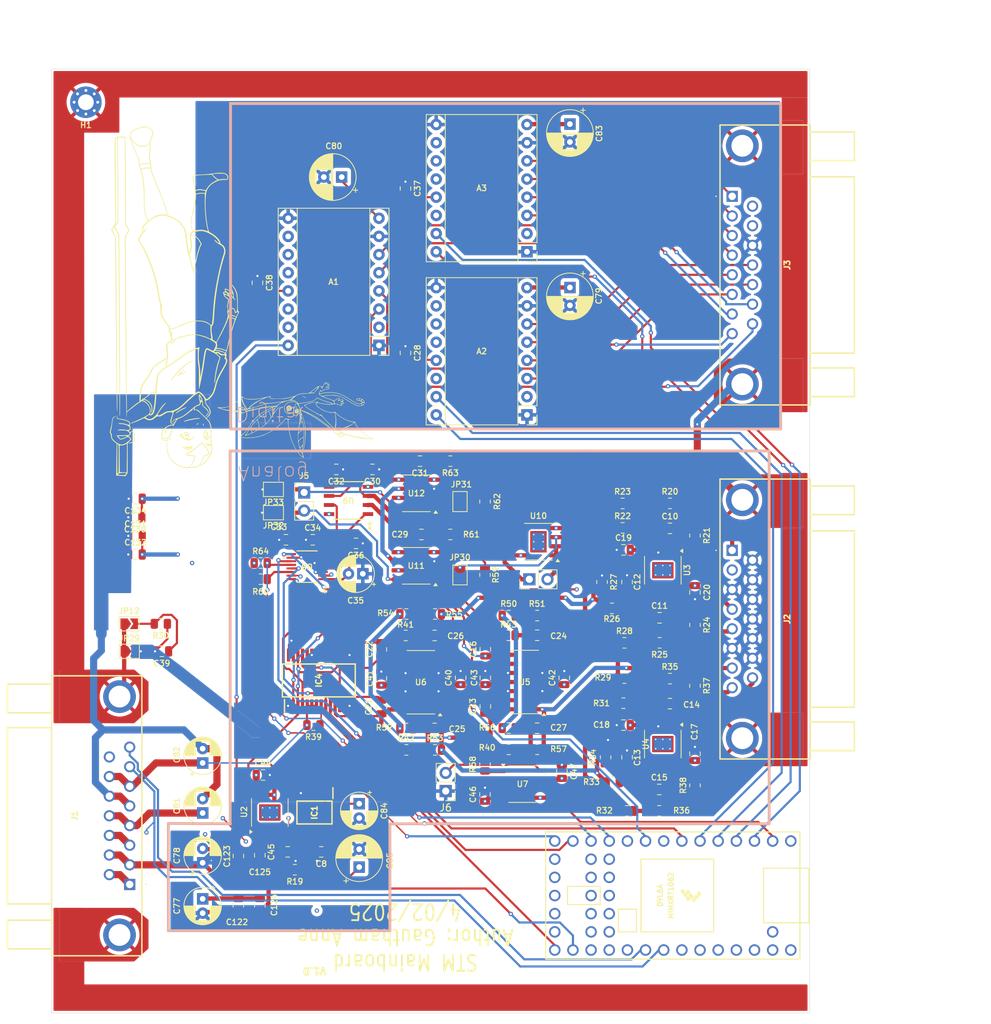
<source format=kicad_pcb>
(kicad_pcb (version 20241229) (generator "pcbnew") (generator_version "9.0")
  (layers (0 "F.Cu" signal) (4 "In1.Cu" signal) (6 "In2.Cu" signal) (2 "B.Cu" signal) (13 "F.Paste" user) (15 "B.Paste" user) (5 "F.SilkS" user "F.Silkscreen") (7 "B.SilkS" user "B.Silkscreen") (1 "F.Mask" user) (3 "B.Mask" user) (25 "Edge.Cuts" user))
  (net 0 "")
  (net 1 "GND")
  (net 3 "+3V3")
  (net 5 "/StepperDrivers/DIR_1")
  (net 6 "/2A_1")
  (net 7 "/2B_1")
  (net 8 "/1B_1")
  (net 9 "/StepperDrivers/STEP_1")
  (net 10 "/1A_1")
  (net 11 "+5V")
  (net 14 "/StepperDrivers/STEP_2")
  (net 15 "/1A_2")
  (net 17 "/2B_2")
  (net 18 "/2A_2")
  (net 20 "/StepperDrivers/DIR_2")
  (net 21 "/1B_2")
  (net 22 "/1B_3")
  (net 23 "/2B_3")
  (net 24 "/StepperDrivers/DIR_3")
  (net 25 "/1A_3")
  (net 27 "/StepperDrivers/STEP_3")
  (net 30 "/2A_3")
  (net 31 "-15V")
  (net 32 "+15V")
  (net 35 "Net-(IC1-NOISE_REDUCTION)")
  (net 38 "Net-(IC1-VOUT)")
  (net 40 "/MOSI_DAC")
  (net 41 "/DAC/IOUTD")
  (net 42 "/DAC/10V_REF")
  (net 43 "/DAC/RFBC")
  (net 44 "/DAC/IOUTC")
  (net 45 "/LDAC_DAC")
  (net 46 "/CS_DAC")
  (net 47 "/DAC/RFBA")
  (net 48 "/SCK_ADC")
  (net 50 "/DAC/IOUTA")
  (net 51 "/DAC/IOUTB")
  (net 52 "/DAC/RFBD")
  (net 53 "/DAC/RFBB")
  (net 54 "/PS_Temp_SCL")
  (net 56 "/PS_Temp_SDA")
  (net 57 "/T_Amp+")
  (net 58 "/T_Amp-")
  (net 59 "/Z-Y")
  (net 60 "/Z-X")
  (net 61 "/Z+X")
  (net 62 "/Connectors/BIAS")
  (net 63 "/Z+Y")
  (net 64 "/IOUT+")
  (net 65 "/IOUT-")
  (net 66 "/AIN-")
  (net 67 "/AIN+")
  (net 68 "Net-(C29-Pad1)")
  (net 69 "Net-(JP30-Pad2)")
  (net 70 "Net-(JP31-Pad2)")
  (net 74 "/MISO_ADC")
  (net 77 "/BIAS_MOD_EN")
  (net 79 "/BUSY_ADC")
  (net 85 "/CS_ADC")
  (net 95 "/CNV_ADC")
  (net 99 "/DAC/Buff_Out")
  (net 100 "Net-(U2A-+)")
  (net 101 "Net-(C11-Pad2)")
  (net 102 "Net-(U3A--)")
  (net 103 "Net-(C10-Pad2)")
  (net 104 "Net-(U3B--)")
  (net 105 "Net-(C31-Pad1)")
  (net 106 "Net-(U3B-+)")
  (net 107 "Net-(U4A--)")
  (net 108 "Net-(U4B--)")
  (net 109 "Net-(C14-Pad2)")
  (net 110 "Net-(C15-Pad2)")
  (net 111 "Net-(U4B-+)")
  (net 112 "Net-(U5A--)")
  (net 113 "Net-(U5B--)")
  (net 114 "/Z")
  (net 115 "/X")
  (net 116 "/Y")
  (net 117 "Net-(U6A--)")
  (net 118 "Net-(U6B--)")
  (net 119 "/BIAS_MOD")
  (net 120 "Net-(R58-Pad2)")
  (net 121 "Net-(U8-SDO)")
  (net 122 "Net-(U8-REFIN)")
  (net 123 "/ADC/OUTA")
  (net 124 "/ADC/OUTB")
  (net 125 "Net-(U8-REFBUF)")
  (net 126 "Net-(U8-VDDLBYP)")
  (net 127 "Net-(U9-+INB)")
  (net 128 "Net-(U9--INA)")
  (net 129 "Net-(U9-+INA)")
  (net 130 "Net-(U9--INB)")
  (net 131 "Net-(U11-Pad6)")
  (net 132 "Net-(C39-Pad1)")
  (net 133 "Shield")
  (net 134 "unconnected-(U1-GND-Pad17)")
  (net 135 "unconnected-(U1-GND-Pad32)")
  (footprint "Package_SO:SOIC-8-1EP_3.9x4.9mm_P1.27mm_EP2.29x3mm_ThermalVias" (layer "F.Cu") (at 165.818 104.27 -90)
    (property "Reference" "U3")
    (property "Value" "TL072")
  )
  (footprint "Resistor_SMD:R_0805_2012Metric" (layer "F.Cu") (at 148.24 110.609)
    (property "Reference" "R51")
    (property "Value" "3k")
  )
  (footprint "MountingHole:MountingHole_2.2mm_M2_Pad_Via" (layer "F.Cu") (at 85.111726 38.836726 180)
    (property "Reference" "H1")
    (property "Value" "MountingHole_Pad")
  )
  (footprint "Package_SO:SOIC-8_3.9x4.9mm_P1.27mm" (layer "F.Cu") (at 131.35 93.515 180)
    (property "Reference" "U12")
    (property "Value" "ADG419BR")
  )
  (footprint "Resistor_SMD:R_0805_2012Metric" (layer "F.Cu") (at 157.818 130.42 -90)
    (property "Reference" "R34")
    (property "Value" "3k")
  )
  (footprint "Jumper:SolderJumper-2_P1.3mm_Open_TrianglePad1.0x1.5mm" (layer "F.Cu") (at 91.17 111.7575)
    (property "Reference" "JP12")
    (property "Value" "Jumper")
  )
  (footprint "Capacitor_SMD:C_0805_2012Metric" (layer "F.Cu") (at 122.8949 100.515 180)
    (property "Reference" "C36")
    (property "Value" "100n")
  )
  (footprint "Resistor_SMD:R_0805_2012Metric" (layer "F.Cu") (at 129.945 110.389)
    (property "Reference" "R54")
    (property "Value" "3k")
  )
  (footprint "Resistor_SMD:R_0805_2012Metric" (layer "F.Cu") (at 165.368 114.42)
    (property "Reference" "R25")
    (property "Value" "3k")
  )
  (footprint "Resistor_SMD:R_0805_2012Metric" (layer "F.Cu") (at 158.818 133.92)
    (property "Reference" "R33")
    (property "Value" "3k")
  )
  (footprint "Resistor_SMD:R_0805_2012Metric" (layer "F.Cu") (at 116.945 125.92 180)
    (property "Reference" "R39")
    (property "Value" "10k")
  )
  (footprint "Capacitor_SMD:C_0805_2012Metric" (layer "F.Cu") (at 95.7375 115.6075 180)
    (property "Reference" "C39")
    (property "Value" "100n")
  )
  (footprint "Capacitor_SMD:C_0805_2012Metric" (layer "F.Cu") (at 165.318 134.92)
    (property "Reference" "C15")
    (property "Value" "4.7n")
  )
  (footprint "Capacitor_THT:CP_Radial_D6.3mm_P2.50mm" (layer "F.Cu") (at 123.345 145.77 90)
    (property "Reference" "C85")
    (property "Value" "100u")
  )
  (footprint "Capacitor_SMD:C_0805_2012Metric" (layer "F.Cu") (at 152.0325 119.309 90)
    (property "Reference" "C42")
    (property "Value" "100n")
  )
  (footprint "Capacitor_SMD:C_0805_2012Metric" (layer "F.Cu") (at 166.818 122.92)
    (property "Reference" "C14")
    (property "Value" "4.7n")
  )
  (footprint "Capacitor_SMD:C_0805_2012Metric" (layer "F.Cu") (at 140.99 123.309 -90)
    (property "Reference" "C23")
    (property "Value" "3.3n")
  )
  (footprint "Resistor_SMD:R_0805_2012Metric" (layer "F.Cu") (at 95.595 111.7575 180)
    (property "Reference" "R30")
    (property "Value" "1M2")
  )
  (footprint "Capacitor_SMD:C_0805_2012Metric" (layer "F.Cu") (at 106.445 144.22 90)
    (property "Reference" "C123")
    (property "Value" "100n")
  )
  (footprint "Resistor_SMD:R_0805_2012Metric" (layer "F.Cu") (at 109.5661 105.5163)
    (property "Reference" "R60")
    (property "Value" "100")
  )
  (footprint "Package_SO:SOIC-14_3.9x8.7mm_P1.27mm" (layer "F.Cu") (at 131.97 119.929 180)
    (property "Reference" "U6")
    (property "Value" "TL074")
  )
  (footprint "Package_SO:SOIC-8-1EP_3.9x4.9mm_P1.27mm_EP2.29x3mm_ThermalVias" (layer "F.Cu") (at 110.84 138.145 90)
    (property "Reference" "U2")
    (property "Value" "TL072")
  )
  (footprint "Resistor_SMD:R_0805_2012Metric" (layer "F.Cu") (at 140.945 131.42 -90)
    (property "Reference" "R58")
    (property "Value" "3k")
  )
  (footprint "Capacitor_SMD:C_0805_2012Metric" (layer "F.Cu") (at 92.045 94.27 180)
    (property "Reference" "C134")
    (property "Value" "100n")
  )
  (footprint "Capacitor_SMD:C_0805_2012Metric" (layer "F.Cu") (at 109.89 132.895)
    (property "Reference" "C44")
    (property "Value" "100n")
  )
  (footprint "Resistor_SMD:R_0805_2012Metric" (layer "F.Cu") (at 136.1 99.265 180)
    (property "Reference" "R61")
    (property "Value" "470")
  )
  (footprint "Package_SO:SOIC-8_3.9x4.9mm_P1.27mm" (layer "F.Cu") (at 146.195 134.17)
    (property "Reference" "U7")
    (property "Value" "ADG419BR")
  )
  (footprint "Resistor_SMD:R_0805_2012Metric" (layer "F.Cu") (at 157.318 105.92 -90)
    (property "Reference" "R27")
    (property "Value" "3k")
  )
  (footprint "Resistor_SMD:R_0805_2012Metric" (layer "F.Cu") (at 140.945 104.92 90)
    (property "Reference" "R59")
    (property "Value" "470")
  )
  (footprint "Capacitor_SMD:C_0805_2012Metric" (layer "F.Cu") (at 126.445 115.339 90)
    (property "Reference" "C22")
    (property "Value" "3.3n")
  )
  (footprint "Capacitor_SMD:C_0805_2012Metric" (layer "F.Cu") (at 160.818 130.42 -90)
    (property "Reference" "C13")
    (property "Value" "4.7n")
  )
  (footprint "Connector_PinHeader_2.54mm:PinHeader_1x02_P2.54mm_Vertical" (layer "F.Cu") (at 115.645 93.395)
    (property "Reference" "J5")
    (property "Value" "Conn_01x02_Pin")
  )
  (footprint "Resistor_SMD:R_0805_2012Metric" (layer "F.Cu") (at 165.318 137.92)
    (property "Reference" "R36")
    (property "Value" "3k")
  )
  (footprint "Module:Pololu_Breakout-16_15.2x20.3mm" (layer "F.Cu") (at 146.818 82.546 180)
    (property "Reference" "A2")
    (property "Value" "Pololu_Breakout_A4988")
  )
  (footprint "LOGO" (layer "F.Cu") (at 95.45623 66.901919 180)
    (property "Reference" "G***" (hide yes))
    (property "Value" "LOGO" (hide yes))
  )
  (footprint "Capacitor_THT:CP_Radial_D5.0mm_P2.00mm" (layer "F.Cu") (at 101.445 145.17 90)
    (property "Reference" "C78")
    (property "Value" "10u")
  )
  (footprint "Capacitor_THT:CP_Radial_D5.0mm_P2.00mm" (layer "F.Cu") (at 123.345 136.9149 -90)
    (property "Reference" "C84")
    (property "Value" "10u")
  )
  (footprint "Resistor_SMD:R_0805_2012Metric" (layer "F.Cu") (at 166.818 119.42)
    (property "Reference" "R35")
    (property "Value" "3k")
  )
  (footprint "LOGO" (layer "F.Cu") (at 114.42 83.295 90)
    (property "Reference" "G***" (hide yes))
    (property "Value" "LOGO" (hide yes))
  )
  (footprint "Module:Pololu_Breakout-16_15.2x20.3mm" (layer "F.Cu") (at 126.11 72.835 180)
    (property "Reference" "A1")
    (property "Value" "Pololu_Breakout_A4988")
  )
  (footprint "Resistor_SMD:R_0805_2012Metric" (layer "F.Cu") (at 158.695 109.603)
    (property "Reference" "R26")
    (property "Value" "3k")
  )
  (footprint "Capacitor_SMD:C_0805_2012Metric" (layer "F.Cu") (at 116.85 100.015)
    (property "Reference" "C34")
    (property "Value" "100n")
  )
  (footprint "Resistor_SMD:R_0805_2012Metric" (layer "F.Cu") (at 160.195 98.353)
    (property "Reference" "R22")
    (property "Value" "3k")
  )
  (footprint "Capacitor_SMD:C_0805_2012Metric" (layer "F.Cu") (at 126.445 119.389 -90)
    (property "Reference" "C41")
    (property "Value" "100n")
  )
  (footprint "Capacitor_SMD:C_0805_2012Metric" (layer "F.Cu") (at 160.818 105.92 -90)
    (property "Reference" "C12")
    (property "Value" "4.7n")
  )
  (footprint "Connector_PinHeader_2.54mm:PinHeader_1x02_P2.54mm_Vertical" (layer "F.Cu") (at 147.145 105.535 90)
    (property "Reference" "J4" (hide yes))
    (property "Value" "Conn_01x02_Pin")
  )
  (footprint "Capacitor_SMD:C_0805_2012Metric" (layer "F.Cu") (at 160.318 125.92)
    (property "Reference" "C18")
    (property "Value" "100n")
  )
  (footprint "Capacitor_THT:CP_Radial_D6.3mm_P2.50mm" (layer "F.Cu") (at 152.822 64.7366 -90)
    (property "Reference" "C79")
    (property "Value" "100u")
  )
  (footprint "Capacitor_SMD:C_0805_2012Metric" (layer "F.Cu") (at 170.318 129.92 90)
    (property "Reference" "C17")
    (property "Value" "100n")
  )
  (footprint "Resistor_SMD:R_0805_2012Metric" (layer "F.Cu") (at 136.1 89.015 180)
    (property "Reference" "R63")
    (property "Value" "470")
  )
  (footprint "57457826:57457826" (layer "F.Cu") (at 175.523 51.99 90)
    (property "Reference" "J3")
    (property "Value" "5745782-6" (hide yes))
  )
  (footprint "Resistor_SMD:R_0805_2012Metric" (layer "F.Cu") (at 170.318 120.42 -90)
    (property "Reference" "R37")
    (property "Value" "220")
  )
  (footprint "Capacitor_THT:CP_Radial_D5.0mm_P2.00mm" (layer "F.Cu") (at 101.445 138.2149 90)
    (property "Reference" "C81")
    (property "Value" "10u")
  )
  (footprint "Capacitor_SMD:C_0805_2012Metric" (layer "F.Cu") (at 140.945 135.62 90)
    (property "Reference" "C46")
    (property "Value" "100n")
  )
  (footprint "Package_SO:SOIC-8_3.9x4.9mm_P1.27mm" (layer "F.Cu") (at 131.325 103.65 180)
    (property "Reference" "U11")
    (property "Value" "ADG419BR")
  )
  (footprint "Resistor_SMD:R_0805_2012Metric" (layer "F.Cu") (at 160.445 119.353)
    (property "Reference" "R29")
    (property "Value" "3k")
  )
  (footprint "57457826:57457826" (layer "F.Cu") (at 175.523 101.49 90)
    (property "Reference" "J2")
    (property "Value" "5745782-6" (hide yes))
  )
  (footprint "Connector_PinHeader_2.54mm:PinHeader_1x02_P2.54mm_Vertical" (layer "F.Cu") (at 135.445 135.145 180)
    (property "Reference" "J6")
    (property "Value" "Conn_01x02_Pin")
  )
  (footprint "Capacitor_THT:CP_Radial_D5.0mm_P2.00mm" (layer "F.Cu") (at 101.445 150.2149 -90)
    (property "Reference" "C77")
    (property "Value" "10u")
  )
  (footprint "Capacitor_SMD:C_0805_2012Metric" (layer "F.Cu") (at 166.818 98.42)
    (property "Reference" "C10")
    (property "Value" "4.7n")
  )
  (footprint "Resistor_SMD:R_0805_2012Metric" (layer "F.Cu") (at 129.945 126.389)
    (property "Reference" "R52")
    (property "Value" "3k")
  )
  (footprint "Capacitor_THT:CP_Radial_D6.3mm_P2.50mm" (layer "F.Cu") (at 152.822 41.896 -90)
    (property "Reference" "C83")
    (property "Value" "100u")
  )
  (footprint "Capacitor_SMD:C_0805_2012Metric" (layer "F.Cu") (at 140.99 119.309 -90)
    (property "Reference" "C43")
    (property "Value" "100n")
  )
  (footprint "Capacitor_SMD:C_0805_2012Metric" (layer "F.Cu") (at 109.11 64.078 -90)
    (property "Reference" "C38")
    (property "Value" "100n")
  )
  (footprint "Package_SO:SOIC-14_3.9x8.7mm_P1.27mm" (layer "F.Cu") (at 146.49 119.899 180)
    (property "Reference" "U5")
    (property "Value" "TL074")
  )
  (footprint "Capacitor_SMD:C_0805_2012Metric" (layer "F.Cu") (at 133.895 126.389)
    (property "Reference" "C25")
    (property "Value" "4.7n")
  )
  (footprint "REF102AU_2K5:SOIC127P600X175-8N" (layer "F.Cu") (at 117.09 138.145 -90)
    (property "Reference" "IC1")
    (property "Value" "REF102AU_2K5" (hide yes))
  )
  (footprint "Capacitor_SMD:C_0805_2012Metric" (layer "F.Cu") (at 140.99 115.309 90)
    (property "Reference" "C16")
    (property "Value" "3.3n")
  )
  (footprint "Resistor_SMD:R_0805_2012Metric" (layer "F.Cu") (at 170.318 111.92 -90)
    (property "Reference" "R24")
    (property "Value" "220")
  )
  (footprint "Capacitor_SMD:C_0805_2012Metric" (layer "F.Cu") (at 170.318 107.37 -90)
    (property "Reference" "C20")
    (property "Value" "100n")
  )
  (footprint "Capacitor_SMD:C_0805_2012Metric" (layer "F.Cu") (at 92.045 99.47)
    (property "Reference" "C131")
    (property "Value" "100n")
  )
  (footprint "Jumper:SolderJumper-2_P1.3mm_Open_TrianglePad1.0x1.5mm" (layer "F.Cu") (at 137.445 104.92 -90)
    (property "Reference" "JP30")
    (property "Value" "Jumper")
  )
  (footprint "Capacitor_SMD:C_0805_2012Metric" (layer "F.Cu") (at 129.818 73.896 -90)
    (property "Reference" "C28")
    (property "Value" "100n")
  )
  (footprint "Resistor_SMD:R_0805_2012Metric" (layer "F.Cu") (at 170.318 134.353 90)
    (property "Reference" "R38")
    (property "Value" "220")
  )
  (footprint "Capacitor_THT:CP_Radial_D5.0mm_P2.00mm" (layer "F.Cu") (at 101.445 131.2149 90)
    (property "Reference" "C82")
    (property "Value" "10u")
  )
  (footprint "Resistor_SMD:R_0805_2012Metric" (layer "F.Cu") (at 144.265 126.339)
    (property "Reference" "R56")
    (property "Value" "3k")
  )
  (footprint "Resistor_SMD:R_0805_2012Metric" (layer "F.Cu") (at 133.945 129.389)
    (property "Reference" "R53")
    (property "Value" "3k")
  )
  (footprint "Capacitor_SMD:C_0805_2012Metric" (layer "F.Cu") (at 106.445 151.12 -90)
    (property "Reference" "C122")
    (property "Value" "100n")
  )
  (footprint "Resistor_SMD:R_0805_2012Metric" (layer "F.Cu") (at 160.318 122.853)
    (property "Reference" "R31")
    (property "Value" "3k")
  )
  (footprint "Jumper:SolderJumper-2_P1.3mm_Open_TrianglePad1.0x1.5mm" (layer "F.Cu") (at 137.445 94.67 -90)
    (property "Reference" "JP31")
    (property "Value" "Jumper")
  )
  (footprint "LT1469:SO-8_S_LIT" (layer "F.Cu") (at 121.85 94.515 180)
    (property "Reference" "U9")
    (property "Value" "LT1469CS8-TRPBF")
  )
  (footprint "Capacitor_SMD:C_0805_2012Metric" (layer "F.Cu") (at 113.34 143.645 180)
    (property "Reference" "C45")
    (property "Value" "100n")
  )
  (footprint "Capacitor_SMD:C_0805_2012Metric" (layer "F.Cu") (at 91.995 96.87 180)
    (property "Reference" "C130")
    (property "Value" "100n")
  )
  (footprint "Capacitor_SMD:C_0805_2012Metric" (layer "F.Cu") (at 132.05 99.265 180)
    (property "Reference" "C29")
    (property "Value" "3.3n")
  )
  (footprint "57457826:57457826" (layer "F.Cu") (at 91.24 148.201 -90)
    (property "Reference" "J1")
    (property "Value" "5745782-6" (hide yes))
  )
  (footprint "Capacitor_SMD:C_0805_2012Metric" (layer "F.Cu") (at 133.895 113.389)
    (property "Reference" "C26")
    (property "Value" "4.7n")
  )
  (footprint "Resistor_SMD:R_0805_2012Metric" (layer "F.Cu") (at 160.818 137.92)
    (property "Reference" "R32")
    (property "Value" "3k")
  )
  (footprint "Teensy40:Teensy40" (layer "F.Cu") (at 167.215 149.75 180)
    (property "Reference" "U1" (hide yes))
    (property "Value" "Teensy4.0")
  )
  (footprint "Resistor_SMD:R_0805_2012Metric" (layer "F.Cu") (at 129.8575 113.389)
    (property "Reference" "R41")
    (property "Value" "1.5k")
  )
  (footprint "Resistor_SMD:R_0805_2012Metric" (layer "F.Cu") (at 170.318 99.42 -90)
    (property "Reference" "R21")
    (property "Value" "220")
  )
  (footprint "DAC8814IBDBT:SOP65P780X200-28N" (layer "F.Cu") (at 117.695 119.679 90)
    (property "Reference" "IC4")
    (property "Value" "DAC8814IBDBT" (hide yes))
  )
  (footprint "Capacitor_SMD:C_0805_2012Metric" (layer "F.Cu") (at 148.24 113.359)
    (property "Reference" "C24")
    (property "Value" "4.7n")
  )
  (footprint "Capacitor_SMD:C_0805_2012Metric" (layer "F.Cu") (at 113.1 100.015)
    (property "Reference" "C33")
    (property "Value" "47u")
  )
  (footprint "Capacitor_SMD:C_0805_2012Metric" (layer "F.Cu") (at 92.045 102.07)
    (property "Reference" "C132")
    (property "Value" "100n")
  )
  (footprint "LTC2326-16:MSOP-16_MS_LIT" (layer "F.Cu") (at 116.0661 103.7663 180)
    (property "Reference" "U8")
    (property "Value" "LTC2326CMS-16-PBF")
  )
  (footprint "Capacitor_SMD:C_0805_2012Metric" (layer "F.Cu") (at 165.368 110.92)
    (property "Reference" "C11")
    (property "Value" "4.7n")
  )
  (footprint "Package_SO:SOIC-8-1EP_3.9x4.9mm_P1.27mm_EP2.29x3mm_ThermalVias" (layer "F.Cu") (at 165.818 128.57 -90)
    (property "Reference" "U4")
    (property "Value" "TL072")
  )
  (footprint "Resistor_SMD:R_0805_2012Metric" (layer "F.Cu") (at 148.24 129.309)
    (property "Reference" "R57")
    (property "Value" "3k")
  )
  (footprint "Jumper:SolderJumper-2_P1.3mm_Open_TrianglePad1.0x1.5mm" (layer "F.Cu") (at 111.345 92.97 180)
    (property "Reference" "JP33")
    (property "Value" "Jumper")
  )
  (footprint "Capacitor_SMD:C_0805_2012Metric" (layer "F.Cu") (at 109.445 144.12 90)
    (property "Reference" "C125")
    (property "Value" "100n")
  )
  (footprint "Resistor_SMD:R_0805_2012Metric" (layer "F.Cu") (at 133.945 110.389)
    (property "Reference" "R55")
    (property "Value" "3k")
  )
  (footprint "Resistor_SMD:R_0805_2012Metric" (layer "F.Cu") (at 166.818 94.92)
    (property "Reference" "R20")
    (property "Value" "3k")
  )
  (footprint "Capacitor_SMD:C_0805_2012Metric" (layer "F.Cu") (at 109.445 151.12 -90)
    (property "Reference" "C124")
    (property "Value" "100n")
  )
  (footprint "Capacitor_SMD:C_0805_2012Metric" (layer "F.Cu") (at 129.818 50.896 -90)
    (property "Reference" "C37")
    (property "Value" "100n")
  )
  (footprint "Resistor_SMD:R_0805_2012Metric" (layer "F.Cu") (at 160.445 114.42)
    (property "Reference" "R28")
    (property "Value" "3k")
  )
  (footprint "Resistor_SMD:R_0805_2012Metric" (layer "F.Cu") (at 160.195 94.929)
    (property "Reference" "R23")
    (property "Value" "3k")
  )
  (footprint "Resistor_SMD:R_0805_2012Metric" (layer "F.Cu") (at 140.945 94.67 90)
    (property "Reference" "R62")
    (property "Value" "470")
  )
  (footprint "Capacitor_SMD:C_0805_2012Metric" (layer "F.Cu") (at 160.318 101.42)
    (property "Reference" "C19")
    (property "Value" "100n")
  )
  (footprint "Capacitor_SMD:C_0805_2012Metric" (layer "F.Cu") (at 137.5325 119.309 90)
    (property "Reference" "C40")
    (property "Value" "100n")
  )
  (footprint "Jumper:SolderJumper-2_P1.3mm_Open_TrianglePad1.0x1.5mm" (layer "F.Cu") (at 91.195 115.6075)
    (property "Reference" "JP29")
    (property "Value" "Jumper")
  )
  (footprint "Resistor_SMD:R_0805_2012Metric" (layer "F.Cu") (at 109.5661 103.2663)
    (property "Reference" "R64")
    (property "Value" "10k")
  )
  (footprint "Resistor_SMD:R_0805_2012Metric" (layer "F.Cu") (at 129.945 129.389)
    (property "Reference" "R42")
    (property "Value" "1.5k")
  )
  (footprint "Capacitor_SMD:C_0805_2012Metric" (layer "F.Cu") (at 126.445 123.389 -90)
    (property "Reference" "C21")
    (property "Value" "3.3n")
  )
  (footprint "Capacitor_THT:CP_Radial_D5.0mm_P2.00mm" (layer "F.Cu") (at 123.85 104.765 180)
    (property "Reference" "C35")
    (property "Value" "10u")
  )
  (footprint "Capacitor_SMD:C_0805_2012Metric" (layer "F.Cu") (at 118.04 143.645 180)
    (property "Reference" "C8")
    (property "Value" "2.2u")
  )
  (footprint "Resistor_SMD:R_0805_2012Metric" (layer "F.Cu") (at 144.265 129.309)
    (property "Reference" "R40")
    (property "Value" "1.5k")
  )
  (footprint "Module:Pololu_Breakout-16_15.2x20.3mm" (layer "F.Cu") (at 146.818 59.736 180)
    (property "Reference" "A3")
    (property "Value" "Pololu_Breakout_A4988")
  )
  (footprint "Resistor_SMD:R_0805_2012Metric" (layer "F.Cu") (at 144.24 113.359)
    (property "Reference" "R43")
    (property "Value" "1.5k")
  )
  (footprint "Jumper:SolderJumper-2_P1.3mm_Open_TrianglePad1.0x1.5mm" (layer "F.Cu") (at 111.345 96.22 180)
    (property "Reference" "JP32")
    (property "Value" "Jumper")
  )
  (footprint "Resistor_SMD:R_0805_2012Metric" (layer "F.Cu") (at 144.265 110.609)
    (property "Reference" "R50")
    (property "Value" "3k")
  )
  (footprint "Capacitor_SMD:C_0805_2012Metric" (layer "F.Cu") (at 151.695 132.42 -90)
    (property "Reference" "C47")
    (property "Value" "100n")
  )
  (footprint "Capacitor_THT:CP_Radial_D6.3mm_P2.50mm" (layer "F.Cu") (at 120.895 49.295 180)
    (property "Reference" "C80")
    (property "Value" "100u")
  )
  (footprint "Capacitor_SMD:C_0805_2012Metric" (layer "F.Cu") (at 125.195 90.17 180)
    (property "Reference" "C30")
    (property "Value" "3.3n")
  )
  (footprint "Resistor_SMD:R_0805_2012Metric" (layer "F.Cu") (at 114.34 146.145 180)
    (property "Reference" "R19")
    (property "Value" "1k")
  )
  (footprint "Capacitor_SMD:C_0805_2012Metric" (layer "F.Cu") (at 120.145 90.17 180)
    (property "Reference" "C32")
    (property "Value" "3.3n")
  )
  (footprint "Capacitor_SMD:C_0805_2012Metric" (layer "F.Cu") (at 131.85 89.015 180)
    (property "Reference" "C31")
    (property "Value" "3.3n")
  )
  (footprint "Package_SO:SOIC-8-1EP_3.9x4.9mm_P1.27mm_EP2.29x3mm_ThermalVias" (layer "F.Cu") (at 148.42 100.285 180)
    (property "Reference" "U10")
    (property "Value" "TL072")
  )
  (footprint "Capacitor_SMD:C_0805_2012Metric" (layer "F.Cu") (at 148.24 126.359)
    (property "Reference" "C27")
    (property "Value" "4.7n")
  )
  (gr_line (start 96.645 139.67) (end 105.295 139.72) (stroke (width 0.4)) (layer "B.SilkS"))
  (gr_line (start 180.695 139.72) (end 127.645 139.72) (stroke (width 0.4)) (layer "B.SilkS"))
  (gr_line (start 180.695 87.595) (end 180.695 139.72) (stroke (width 0.4)) (layer "B.SilkS"))
  (gr_line (start 127.645 139.72) (end 127.645 154.67) (stroke (width 0.4)) (layer "B.SilkS"))
  (gr_line (start 105.295 139.72) (end 105.295 87.595) (stroke (width 0.4)) (layer "B.SilkS"))
  (gr_line (start 96.645 154.67) (end 96.645 139.67) (stroke (width 0.4)) (layer "B.SilkS"))
  (gr_rect (start 105.345 39.02) (end 182.295 84.52) (stroke (width 0.4)) (fill no) (layer "B.SilkS"))
  (gr_line (start 127.645 154.67) (end 96.645 154.67) (stroke (width 0.4)) (layer "B.SilkS"))
  (gr_line (start 105.295 87.595) (end 180.695 87.595) (stroke (width 0.4)) (layer "B.SilkS"))
  (gr_rect (start 80.28 34.17) (end 186.36 166.17) (stroke (width 0.05)) (fill no) (layer "Edge.Cuts"))
  (gr_text "STM Mainboard\nAuthor: Gautham Anne\n4/02/2025\n\n" (at 129.795 153.77 180) (layer "F.SilkS") (effects (font (size 2.2 1.8) (thickness 0.254))))
  (gr_text "V1.0" (at 117.095 160.295 180) (layer "F.SilkS") (effects (font (size 1 1) (thickness 0.25))))
  (gr_text "Analog" (at 106.22 89.52 180) (layer "B.SilkS") (effects (font (size 2 2) (thickness 0.125) (bold yes)) (justify left bottom mirror)))
  (gr_text "Digital" (at 105.92 81.245 180) (layer "B.SilkS") (effects (font (size 2 2) (thickness 0.125) (bold yes)) (justify left bottom mirror)))
  (segment (start 152.033 118.359) (end 152.0325 118.359) (width 0.2) (layer "F.Cu") (net 1))
  (segment (start 106.445 145.17) (end 106.545 145.07) (width 0.6) (layer "F.Cu") (net 1))
  (segment (start 96.507 111.7575) (end 96.507 112.8225) (width 0.3) (layer "F.Cu") (net 1))
  (segment (start 118.282 103.0158) (end 117.349 103.0158) (width 0.3) (layer "F.Cu") (net 1))
  (segment (start 114.29 144.7453) (end 114.29 143.645) (width 0.2) (layer "F.Cu") (net 1))
  (segment (start 91.24 145.458) (end 101.157 145.458) (width 1) (layer "F.Cu") (net 1))
  (segment (start 133.85 103.015) (end 133.8 103.015) (width 0.2) (layer "F.Cu") (net 1))
  (segment (start 144.153 118.629) (end 144.015 118.629) (width 0.2) (layer "F.Cu") (net 1))
  (segment (start 129.833 118.659) (end 129.495 118.659) (width 0.2) (layer "F.Cu") (net 1))
  (segment (start 137.533 118.359) (end 137.5325 118.359) (width 0.2) (layer "F.Cu") (net 1))
  (segment (start 89.868 144.086) (end 91.24 145.458) (width 1) (layer "F.Cu") (net 1))
  (segment (start 117.4256 144.901) (end 117.09 144.5654) (width 0.2) (layer "F.Cu") (net 1))
  (segment (start 95.4367 114.9578) (end 94.7875 115.607) (width 0.2) (layer "F.Cu") (net 1))
  (segment (start 96.507 112.8225) (end 96.507 113.8875) (width 0.3) (layer "F.Cu") (net 1))
  (segment (start 103.445 130.0835) (end 103.445 132.973) (width 1) (layer "F.Cu") (net 1))
  (segment (start 113.87 114.12) (end 113.87 114.25976) (width 0.2) (layer "F.Cu") (net 1))
  (segment (start 121.995 123.229) (end 121.92 123.229) (width 0.2) (layer "F.Cu") (net 1))
  (segment (start 89.869 135.857) (end 91.24 137.228) (width 1) (layer "F.Cu") (net 1))
  (segment (start 101.157 145.458) (end 101.445 145.17) (width 1) (layer "F.Cu") (net 1))
  (segment (start 113.395 123.229) (end 113.47 123.229) (width 0.2) (layer "F.Cu") (net 1))
  (segment (start 91.095 102.07) (end 91.045 102.07) (width 0.6) (layer "F.Cu") (net 1))
  (segment (start 109.82 92.975) (end 109.825 92.97) (width 0.2) (layer "F.Cu") (net 1))
  (segment (start 106.445 152.07) (end 109.445 152.07) (width 0.6) (layer "F.Cu") (net 1))
  (segment (start 114.353 105.5177) (end 114.6 105.765) (width 0.3) (layer "F.Cu") (net 1))
  (segment (start 115.245 102.47) (end 115.2 102.5154) (width 0.3) (layer "F.Cu") (net 1))
  (segment (start 129.833 121.199) (end 129.495 121.199) (width 0.2) (layer "F.Cu") (net 1))
  (segment (start 92.795 115.6075) (end 91.92 115.6075) (width 0.3) (layer "F.Cu") (net 1))
  (segment (start 121.995 116.129) (end 121.92 116.129) (width 0.2) (layer "F.Cu") (net 1))
  (segment (start 109.445 152.07) (end 110.671 150.844) (width 0.6) (layer "F.Cu") (net 1))
  (segment (start 105.945 145.67) (end 106.445 145.17) (width 0.6) (layer "F.Cu") (net 1))
  (segment (start 116.07 116.129) (end 116.72 116.129) (width 0.2) (layer "F.Cu") (net 1))
  (segment (start 106.445 152.07) (end 101.59 152.07) (width 0.6) (layer "F.Cu") (net 1))
  (segment (start 143.585 134.67) (end 143.72 134.805) (width 0.3) (layer "F.Cu") (net 1))
  (segment (start 109.445 146.495) (end 109.445 145.07) (width 0.6) (layer "F.Cu") (net 1))
  (segment (start 110.671 150.844) (end 110.671 147.721) (width 0.6) (layer "F.Cu") (net 1))
  (segment (start 88.395 135.857) (end 89.869 135.857) (width 1) (layer "F.Cu") (net 1))
  (segment (start 103.445 132.973) (end 103.445 134.2149) (width 1) (layer "F.Cu") (net 1))
  (segment (start 157.818 128.3359) (end 157.818 129.5075) (width 0.2) (layer "F.Cu") (net 1))
  (segment (start 106.445 145.17) (end 105.945 145.67) (width 0.6) (layer "F.Cu") (net 1))
  (segment (start 109.77 96.225) (end 109.775 96.22) (width 0.2) (layer "F.Cu") (net 1))
  (segment (start 103.445 134.2149) (end 101.445 136.2149) (width 1) (layer "F.Cu") (net 1))
  (segment (start 102.576 129.2149) (end 103.445 130.0835) (width 1) (layer "F.Cu") (net 1))
  (segment (start 113.85 105.5177) (end 113.8499 105.5176) (width 0.2) (layer "F.Cu") (net 1))
  (segment (start 110.62 96.22) (end 109.775 96.22) (width 0.3) (layer "F.Cu") (net 1))
  (segment (start 96.507 113.8875) (end 95.4367 114.9578) (width 0.3) (layer "F.Cu") (net 1))
  (segment (start 101.59 152.07) (end 101.445 152.2149) (width 0.6) (layer "F.Cu") (net 1))
  (segment (start 94.7875 115.607) (end 94.7875 115.6075) (width 0.2) (layer "F.Cu") (net 1))
  (segment (start 110.671 147.721) (end 109.445 146.495) (width 0.6) (layer "F.Cu") (net 1))
  (segment (start 106.545 145.07) (end 109.445 145.07) (width 0.6) (layer "F.Cu") (net 1))
  (segment (start 113.85 105.5177) (end 114.353 105.5177) (width 0.3) (layer "F.Cu") (net 1))
  (segment (start 88.395 144.086) (end 89.868 144.086) (width 1) (layer "F.Cu") (net 1))
  (segment (start 96.5075 112.822) (end 96.5075 111.7575) (width 0.2) (layer "F.Cu") (net 1))
  (segment (start 113.47 114.65976) (end 113.47 116.129) (width 0.2) (layer "F.Cu") (net 1))
  (segment (start 117.349 103.0158) (end 117.1 103.265) (width 0.3) (layer "F.Cu") (net 1))
  (segment (start 123.845 100.515) (end 123.8449 100.515) (width 0.2) (layer "F.Cu") (net 1))
  (segment (start 110.62 92.97) (end 109.825 92.97) (width 0.3) (layer "F.Cu") (net 1))
  (segment (start 144.153 121.169) (end 144.015 121.169) (width 0.2) (layer "F.Cu") (net 1))
  (segment (start 117.37 116.129) (end 116.72 116.129) (width 0.2) (layer "F.Cu") (net 1))
  (segment (start 115.2 102.5154) (end 113.85 102.5154) (width 0.3) (layer "F.Cu") (net 1))
  (segment (start 117.09 144.5654) (end 117.09 143.645) (width 0.2) (layer "F.Cu") (net 1))
  (segment (start 158.1509 128.003) (end 157.818 128.3359) (width 0.2) (layer "F.Cu") (net 1))
  (segment (start 101.445 129.2149) (end 102.576 129.2149) (width 1) (layer "F.Cu") (net 1))
  (segment (start 102.945 146.67) (end 104.945 146.67) (width 0.6) (layer "F.Cu") (net 1))
  (segment (start 143.72 133.535) (end 143.72 134.805) (width 0.3) (layer "F.Cu") (net 1))
  (segment (start 95.4367 114.9578) (end 94.787 115.6075) (width 0.3) (layer "F.Cu") (net 1))
  (segment (start 118.282 103.0158) (end 118.2821 103.0158) (width 0.2) (layer "F.Cu") (net 1))
  (segment (start 104.945 146.67) (end 105.945 145.67) (width 0.6) (layer "F.Cu") (net 1))
  (segment (start 118.2821 103.0158) (end 118.2822 103.0157) (width 0.2) (layer "F.Cu") (net 1))
  (segment (start 101.445 145.17) (end 102.945 146.67) (width 0.6) (layer "F.Cu") (net 1))
  (segment (start 96.507 112.8225) (end 96.5075 112.822) (width 0.2) (layer "F.Cu") (net 1))
  (segment (start 140.945 134.67) (end 143.585 134.67) (width 0.3) (layer "F.Cu") (net 1))
  (segment (start 92.795 115.6075) (end 94.787 115.6075) (width 0.3) (layer "F.Cu") (net 1))
  (segment (start 114.4457 144.901) (end 114.29 144.7453) (width 0.2) (layer "F.Cu") (net 1))
  (segment (start 117.269 104.5169) (end 118.282 104.5169) (width 0.3) (layer "F.Cu") (net 1))
  (segment (start 91.095 99.47) (end 91.045 99.47) (width 0.6) (layer "F.Cu") (net 1))
  (segment (start 113.87 114.25976) (end 113.47 114.65976) (width 0.2) (layer "F.Cu") (net 1))
  (via (at 134.445 118.659) (size 0.6) (drill 0.3) (layers "F.Cu" "B.Cu") (net 1))
  (via (at 151.695 131.47) (size 0.6) (drill 0.3) (layers "F.Cu" "B.Cu") (net 1))
  (via (at 112.15 100.015) (size 0.6) (drill 0.3) (layers "F.Cu" "B.Cu") (net 1))
  (via (at 123.845 100.515) (size 0.6) (drill 0.3) (layers "F.Cu" "B.Cu") (net 1))
  (via (at 133.825 92.88) (size 0.6) (drill 0.3) (layers "F.Cu" "B.Cu") (net 1))
  (via (at 148.965 118.629) (size 0.6) (drill 0.3) (layers "F.Cu" "B.Cu") (net 1))
  (via (at 116.72 116.129) (size 0.6) (drill 0.3) (layers "F.Cu" "B.Cu") (net 1))
  (via (at 91.045 102.07) (size 0.6) (drill 0.3) (layers "F.Cu" "B.Cu") (net 1))
  (via (at 117.269 104.5169) (size 0.6) (drill 0.3) (layers "F.Cu" "B.Cu") (net 1))
  (via (at 113.395 123.229) (size 0.6) (drill 0.3) (layers "F.Cu" "B.Cu") (net 1))
  (via (at 165.183 126.095) (size 0.6) (drill 0.3) (layers "F.Cu" "B.Cu") (net 1))
  (via (at 121.995 116.129) (size 0.6) (drill 0.3) (layers "F.Cu" "B.Cu") (net 1))
  (via (at 133.85 103.015) (size 0.6) (drill 0.3) (layers "F.Cu" "B.Cu") (net 1))
  (via (at 137.533 118.359) (size 0.6) (drill 0.3) (layers "F.Cu" "B.Cu") (net 1))
  (via (at 129.818 72.946) (size 0.6) (drill 0.3) (layers "F.Cu" "B.Cu") (net 1))
  (via (at 94.787 115.6075) (size 0.6) (drill 0.3) (layers "F.Cu" "B.Cu") (net 1))
  (via (at 159.368 101.42) (size 0.6) (drill 0.3) (layers "F.Cu" "B.Cu") (net 1))
  (via (at 115.9 100.015) (size 0.6) (drill 0.3) (layers "F.Cu" "B.Cu") (net 1))
  (via (at 129.818 49.946) (size 0.6) (drill 0.3) (layers "F.Cu" "B.Cu") (net 1))
  (via (at 144.153 118.629) (size 0.6) (drill 0.3) (layers "F.Cu" "B.Cu") (net 1))
  (via (at 134.445 121.199) (size 0.6) (drill 0.3) (layers "F.Cu" "B.Cu") (net 1))
  (via (at 126.145 90.17) (size 0.6) (drill 0.3) (layers "F.Cu" "B.Cu") (net 1))
  (via (at 129.833 118.659) (size 0.6) (drill 0.3) (layers "F.Cu" "B.Cu") (net 1))
  (via (at 140.945 134.67) (size 0.6) (drill 0.3) (layers "F.Cu" "B.Cu") (net 1))
  (via (at 114.6 105.765) (size 0.6) (drill 0.3) (layers "F.Cu" "B.Cu") (net 1))
  (via (at 115.245 102.47) (size 0.6) (drill 0.3) (layers "F.Cu" "B.Cu") (net 1))
  (via (at 117.4256 144.901) (size 0.6) (drill 0.3) (layers "F.Cu" "B.Cu") (net 1))
  (via (at 144.153 121.169) (size 0.6) (drill 0.3) (layers "F.Cu" "B.Cu") (net 1))
  (via (at 159.368 125.92) (size 0.6) (drill 0.3) (layers "F.Cu" "B.Cu") (net 1))
  (via (at 148.965 121.169) (size 0.6) (drill 0.3) (layers "F.Cu" "B.Cu") (net 1))
  (via (at 113.87 114.12) (size 0.6) (drill 0.3) (layers "F.Cu" "B.Cu") (net 1))
  (via (at 109.11 63.128) (size 0.6) (drill 0.3) (layers "F.Cu" "B.Cu") (net 1))
  (via (at 165.183 101.795) (size 0.6) (drill 0.3) (layers "F.Cu" "B.Cu") (net 1))
  (via (at 109.77 96.225) (size 0.6) (drill 0.3) (layers "F.Cu" "B.Cu") (net 1))
  (via (at 121.995 123.229) (size 0.6) (drill 0.3) (layers "F.Cu" "B.Cu") (net 1))
  (via (at 91.045 99.47) (size 0.6) (drill 0.3) (layers "F.Cu" "B.Cu") (net 1))
  (via (at 110.84 132.895) (size 0.6) (drill 0.3) (layers "F.Cu" "B.Cu") (net 1))
  (via (at 157.318 105.0075) (size 0.6) (drill 0.3) (layers "F.Cu" "B.Cu") (net 1))
  (via (at 121.095 90.17) (size 0.6) (drill 0.3) (layers "F.Cu" "B.Cu") (net 1))
  (via (at 126.445 118.439) (size 0.6) (drill 0.3) (layers "F.Cu" "B.Cu") (net 1))
  (via (at 160.818 104.97) (size 0.6) (drill 0.3) (layers "F.Cu" "B.Cu") (net 1))
  (via (at 109.82 92.975) (size 0.6) (drill 0.3) (layers "F.Cu" "B.Cu") (net 1))
  (via (at 117.1 103.265) (size 0.6) (drill 0.3) (layers "F.Cu" "B.Cu") (net 1))
  (via (at 91.045 96.87) (size 0.6) (drill 0.3) (layers "F.Cu" "B.Cu") (net 1))
  (via (at 115.185 135.434) (size 0.6) (drill 0.3) (layers "F.Cu" "B.Cu") (net 1))
  (via (at 140.99 118.359) (size 0.6) (drill 0.3) (layers "F.Cu" "B.Cu") (net 1))
  (via (at 152.033 118.359) (size 0.6) (drill 0.3) (layers "F.Cu" "B.Cu") (net 1))
  (via (at 114.4457 144.901) (size 0.6) (drill 0.3) (layers "F.Cu" "B.Cu") (net 1))
  (via (at 158.1509 128.003) (size 0.6) (drill 0.3) (layers "F.Cu" "B.Cu") (net 1))
  (via (at 92.795 115.6075) (size 0.6) (drill 0.3) (layers "F.Cu" "B.Cu") (net 1))
  (via (at 91.095 94.27) (size 0.6) (drill 0.3) (layers "F.Cu" "B.Cu") (net 1))
  (via (at 129.833 121.199) (size 0.6) (drill 0.3) (layers "F.Cu" "B.Cu") (net 1))
  (via (at 170.318 128.97) (size 0.6) (drill 0.3) (layers "F.Cu" "B.Cu") (net 1))
  (via (at 160.818 129.47) (size 0.6) (drill 0.3) (layers "F.Cu" "B.Cu") (net 1))
  (via (at 170.318 108.32) (size 0.6) (drill 0.3) (layers "F.Cu" "B.Cu") (net 1))
  (segment (start 98.8251 126.595) (end 101.445 129.2149) (width 1) (layer "B.Cu") (net 1))
  (segment (start 86.445 127.67) (end 87.52 126.595) (width 1) (layer "B.Cu") (net 1))
  (segment (start 87.27 113.195) (end 87.27 108.42) (width 1.5) (layer "B.Cu") (net 1))
  (segment (start 87.27 115.52) (end 87.27 113.195) (width 1) (layer "B.Cu") (net 1))
  (segment (start 101.445 145.17) (end 101.568 145.17) (width 1) (layer "B.Cu") (net 1))
  (segment (start 101.568 145.17) (end 106.695 140.0427) (width 1) (layer "B.Cu") (net 1))
  (segment (start 86.445 133.907) (end 86.445 127.67) (width 1) (layer "B.Cu") (net 1))
  (segment (start 86.195 116.595) (end 86.195 125.27) (width 1) (layer "B.Cu") (net 1))
  (segment (start 101.445 152.2149) (end 99.5899 152.2149) (width 0.6) (layer "B.Cu") (net 1))
  (segment (start 87.27 108.42) (end 87.195 108.345) (width 1.5) (layer "B.Cu") (net 1))
  (segment (start 86.195 125.27) (end 87.52 126.595) (width 1) (layer "B.Cu") (net 1))
  (segment (start 87.52 126.595) (end 98.8251 126.595) (width 1) (layer "B.Cu") (net 1))
  (segment (start 106.695 140.0427) (end 106.695 134.92) (width 1) (layer "B.Cu") (net 1))
  (segment (start 86.195 116.595) (end 87.27 115.52) (width 1) (layer "B.Cu") (net 1))
  (segment (start 88.395 135.857) (end 86.445 133.907) (width 1) (layer "B.Cu") (net 1))
  (segment (start 115.0092 105.0173) (end 115.1329 105.141) (width 0.2) (layer "F.Cu") (net 3))
  (segment (start 92.246 139.971) (end 94.002 138.2149) (width 1) (layer "F.Cu") (net 3))
  (segment (start 88.395 138.6) (end 89.869 138.6) (width 1) (layer "F.Cu") (net 3))
  (segment (start 129.818 74.846) (end 134.038 74.846) (width 0.3) (layer "F.Cu") (net 3))
  (segment (start 94.002 138.2149) (end 101.445 138.2149) (width 1) (layer "F.Cu") (net 3))
  (segment (start 91.24 139.971) (end 92.246 139.971) (width 1) (layer "F.Cu") (net 3))
  (segment (start 92.945 96.87) (end 92.945 94.32) (width 0.3) (layer "F.Cu") (net 3))
  (segment (start 134.038 74.846) (end 134.118 74.926) (width 0.6) (layer "F.Cu") (net 3))
  (segment (start 113.8499 105.0173) (end 115.0092 105.0173) (width 0.2) (layer "F.Cu") (net 3))
  (segment (start 108.6536 103.2663) (end 108.6536 103.3932) (width 0.2) (layer "F.Cu") (net 3))
  (segment (start 113.41 65.215) (end 109.297 65.215) (width 0.3) (layer "F.Cu") (net 3))
  (segment (start 130.088 52.116) (end 129.818 51.846) (width 0.3) (layer "F.Cu") (net 3))
  (segment (start 134.118 52.116) (end 130.088 52.116) (width 0.3) (layer "F.Cu") (net 3))
  (segment (start 89.869 138.6) (end 91.24 139.971) (width 1) (layer "F.Cu") (net 3))
  (segment (start 92.945 94.32) (end 92.995 94.27) (width 0.3) (layer "F.Cu") (net 3))
  (via (at 115.1329 105.141) (size 0.6) (drill 0.3) (layers "F.Cu" "B.Cu") (net 3))
  (via (at 108.6536 103.2663) (size 0.6) (drill 0.3) (layers "F.Cu" "B.Cu") (net 3))
  (via (at 97.945 94.245) (size 0.6) (drill 0.3) (layers "F.Cu" "B.Cu") (net 3))
  (via (at 99.97 103.2663) (size 0.6) (drill 0.3) (layers "F.Cu" "B.Cu") (net 3))
  (via (at 92.995 94.27) (size 0.6) (drill 0.3) (layers "F.Cu" "B.Cu") (net 3))
  (segment (start 92.995 94.27) (end 97.92 94.27) (width 0.6) (layer "B.Cu") (net 3))
  (segment (start 97.92 94.27) (end 97.945 94.245) (width 0.6) (layer "B.Cu") (net 3))
  (segment (start 144.5575 152.3325) (end 140.995 148.77) (width 0.3) (layer "F.Cu") (net 5))
  (segment (start 106.195 139.567678) (end 106.195 121.995) (width 0.3) (layer "F.Cu") (net 5))
  (segment (start 110.52 142.145) (end 108.772322 142.145) (width 0.3) (layer "F.Cu") (net 5))
  (segment (start 110.695 142.32) (end 110.52 142.145) (width 0.3) (layer "F.Cu") (net 5))
  (segment (start 113.495 148.77) (end 110.695 145.97) (width 0.3) (layer "F.Cu") (net 5))
  (segment (start 108.772322 142.145) (end 106.195 139.567678) (width 0.3) (layer "F.Cu") (net 5))
  (segment (start 110.695 145.97) (end 110.695 142.32) (width 0.3) (layer "F.Cu") (net 5))
  (segment (start 140.995 148.77) (end 113.495 148.77) (width 0.3) (layer "F.Cu") (net 5))
  (via (at 144.5575 152.3325) (size 0.6) (drill 0.3) (layers "F.Cu" "B.Cu") (net 5))
  (via (at 106.195 121.995) (size 0.6) (drill 0.3) (layers "F.Cu" "B.Cu") (net 5))
  (segment (start 106.195 75.54) (end 108.9 72.835) (width 0.3) (layer "B.Cu") (net 5))
  (segment (start 151.42 153.52) (end 153.245 155.345) (width 0.3) (layer "B.Cu") (net 5))
  (segment (start 153.245 155.345) (end 153.245 157.37) (width 0.3) (layer "B.Cu") (net 5))
  (segment (start 145.745 153.52) (end 151.42 153.52) (width 0.3) (layer "B.Cu") (net 5))
  (segment (start 144.5575 152.3325) (end 145.745 153.52) (width 0.3) (layer "B.Cu") (net 5))
  (segment (start 106.195 121.995) (end 106.195 75.54) (width 0.3) (layer "B.Cu") (net 5))
  (segment (start 108.9 72.835) (end 113.41 72.835) (width 0.3) (layer "B.Cu") (net 5))
  (segment (start 164.82 58.545) (end 135.42 58.545) (width 0.3) (layer "F.Cu") (net 6))
  (segment (start 131.984 58.545) (end 135.42 58.545) (width 0.3) (layer "F.Cu") (net 6))
  (segment (start 126.11 62.675) (end 130.24 58.545) (width 0.3) (layer "F.Cu") (net 6))
  (segment (start 166.1575 59.8825) (end 164.82 58.545) (width 0.3) (layer "F.Cu") (net 6))
  (segment (start 130.24 58.545) (end 135.42 58.545) (width 0.3) (layer "F.Cu") (net 6))
  (via (at 166.1575 59.8825) (size 0.6) (drill 0.3) (layers "F.Cu" "B.Cu") (net 6))
  (segment (start 166.1575 59.8825) (end 174.724 68.449) (width 0.3) (layer "B.Cu") (net 6))
  (segment (start 174.724 68.449) (end 175.523 68.449) (width 0.3) (layer "B.Cu") (net 6))
  (segment (start 130.2 56.045) (end 163.995 56.045) (width 0.3) (layer "F.Cu") (net 7))
  (segment (start 163.995 56.045) (end 167.745 59.795) (width 0.3) (layer "F.Cu") (net 7))
  (segment (start 178.368 67.416) (end 178.368 67.078) (width 0.6) (layer "F.Cu") (net 7))
  (segment (start 126.11 60.135) (end 130.2 56.045) (width 0.3) (layer "F.Cu") (net 7))
  (via (at 167.745 59.795) (size 0.6) (drill 0.3) (layers "F.Cu" "B.Cu") (net 7))
  (segment (start 174.679 66.729) (end 167.745 59.795) (width 0.3) (layer "B.Cu") (net 7))
  (segment (start 174.679 67.078) (end 174.679 66.729) (width 0.3) (layer "B.Cu") (net 7))
  (segment (start 174.679 67.078) (end 178.368 67.078) (width 0.3) (layer "B.Cu") (net 7))
  (segment (start 127.052 78.617) (end 166.473 78.617) (width 0.3) (layer "F.Cu") (net 8))
  (segment (start 124.959 68.906) (end 124.959 76.524) (width 0.3) (layer "F.Cu") (net 8))
  (segment (start 166.473 78.617) (end 166.545 78.545) (width 0.3) (layer "F.Cu") (net 8))
  (segment (start 124.959 76.524) (end 127.052 78.617) (width 0.3) (layer "F.Cu") (net 8))
  (segment (start 126.11 67.755) (end 124.959 68.906) (width 0.3) (layer "F.Cu") (net 8))
  (via (at 166.545 78.545) (size 0.6) (drill 0.3) (layers "F.Cu" "B.Cu") (net 8))
  (segment (start 166.545 78.545) (end 170.748 78.545) (width 0.3) (layer "B.Cu") (net 8))
  (segment (start 178.368 70.925) (end 178.368 69.821) (width 0.3) (layer "B.Cu") (net 8))
  (segment (start 170.748 78.545) (end 178.368 70.925) (width 0.3) (layer "B.Cu") (net 8))
  (segment (start 104.795 139.495) (end 107.493529 142.193529) (width 0.2) (layer "F.Cu") (net 9))
  (segment (start 107.493529 142.193529) (end 107.493529 142.195) (width 0.2) (layer "F.Cu") (net 9))
  (segment (start 104.262893 138.937893) (end 104.795 139.47) (width 0.2) (layer "F.Cu") (net 9))
  (segment (start 104.795 139.47) (end 104.795 139.495) (width 0.2) (layer "F.Cu") (net 9))
  (via (at 107.493529 142.195) (size 0.6) (drill 0.3) (layers "F.Cu" "B.Cu") (net 9))
  (via (at 104.262893 138.937893) (size 0.6) (drill 0.3) (layers "F.Cu" "B.Cu") (net 9))
  (via (at 117.4256 151.859) (size 0.6) (drill 0.3) (layers "F.Cu" "B.Cu") (net 9))
  (segment (start 132.82 76.077) (end 127.052 76.077) (width 0.3) (layer "F.Cu") (net 10))
  (segment (start 155.238 76.077) (end 132.82 76.077) (width 0.3) (layer "F.Cu") (net 10))
  (segment (start 126.11 65.215) (end 127.261 66.366) (width 0.3) (layer "F.Cu") (net 10))
  (segment (start 159.32 72.72) (end 158.595 72.72) (width 0.3) (layer "F.Cu") (net 10))
  (segment (start 158.595 72.72) (end 155.238 76.077) (width 0.3) (layer "F.Cu") (net 10))
  (segment (start 127.261 66.366) (end 127.261 73.87087) (width 0.3) (layer "F.Cu") (net 10))
  (segment (start 127.261 73.87087) (end 129.46713 76.077) (width 0.3) (layer "F.Cu") (net 10))
  (segment (start 129.46713 76.077) (end 132.82 76.077) (width 0.3) (layer "F.Cu") (net 10))
  (via (at 159.32 72.72) (size 0.6) (drill 0.3) (layers "F.Cu" "B.Cu") (net 10))
  (segment (start 162.674 72.72) (end 162.675 72.721) (width 0.3) (layer "B.Cu") (net 10))
  (segment (start 162.675 72.721) (end 173.994 72.721) (width 0.3) (layer "B.Cu") (net 10))
  (segment (start 159.32 72.72) (end 162.674 72.72) (width 0.3) (layer "B.Cu") (net 10))
  (segment (start 173.994 72.721) (end 175.523 71.192) (width 0.3) (layer "B.Cu") (net 10))
  (segment (start 152.822 41.896) (end 146.878 41.896) (width 0.6) (layer "F.Cu") (net 11))
  (segment (start 118.282 105.0173) (end 118.2822 105.0173) (width 0.3) (layer "F.Cu") (net 11))
  (segment (start 116.033 125.92) (end 116.0325 125.92) (width 0.2) (layer "F.Cu") (net 11))
  (segment (start 146.847 64.737) (end 146.818 64.766) (width 0.6) (layer "F.Cu") (net 11))
  (segment (start 118.2822 105.0173) (end 119.295 105.0173) (width 0.3) (layer "F.Cu") (net 11))
  (segment (start 146.878 41.896) (end 146.818 41.956) (width 0.6) (layer "F.Cu") (net 11))
  (segment (start 119.295 105.0173) (end 119.445 104.8677) (width 0.3) (layer "F.Cu") (net 11))
  (segment (start 92.995 99.47) (end 92.995 102.07) (width 0.3) (layer "F.Cu") (net 11))
  (segment (start 91.63 134.485) (end 94.9 131.2149) (width 1) (layer "F.Cu") (net 11))
  (segment (start 116.033 123.2665) (end 116.07 123.229) (width 0.3) (layer "F.Cu") (net 11))
  (segment (start 116.72 123.229) (end 116.07 123.229) (width 0.3) (layer "F.Cu") (net 11))
  (segment (start 88.395 133.113) (end 89.868 133.113) (width 1) (layer "F.Cu") (net 11))
  (segment (start 117.37 123.229) (end 116.72 123.229) (width 0.3) (layer "F.Cu") (net 11))
  (segment (start 120.895 49.295) (end 120.895 49.84) (width 0.3) (layer "F.Cu") (net 11))
  (segment (start 116.033 125.92) (end 116.033 123.2665) (width 0.3) (layer "F.Cu") (net 11))
  (segment (start 152.822 64.737) (end 146.847 64.737) (width 0.6) (layer "F.Cu") (net 11))
  (segment (start 91.24 134.485) (end 91.63 134.485) (width 1) (layer "F.Cu") (net 11))
  (segment (start 120.895 49.84) (end 126.11 55.055) (width 0.3) (layer "F.Cu") (net 11))
  (segment (start 89.868 133.113) (end 91.24 134.485) (width 1) (layer "F.Cu") (net 11))
  (segment (start 94.9 131.2149) (end 101.445 131.2149) (width 1) (layer "F.Cu") (net 11))
  (via (at 128.875 91.61) (size 0.6) (drill 0.3) (layers "F.Cu" "B.Cu") (net 11))
  (via (at 119.445 104.8677) (size 0.6) (drill 0.3) (layers "F.Cu" "B.Cu") (net 11))
  (via (at 97.967811 102.07) (size 0.6) (drill 0.3) (layers "F.Cu" "B.Cu") (net 11))
  (via (at 92.995 102.07) (size 0.6) (drill 0.3) (layers "F.Cu" "B.Cu") (net 11))
  (via (at 116.033 125.92) (size 0.6) (drill 0.3) (layers "F.Cu" "B.Cu") (net 11))
  (via (at 128.85 101.745) (size 0.6) (drill 0.3) (layers "F.Cu" "B.Cu") (net 11))
  (via (at 148.67 136.075) (size 0.6) (drill 0.3) (layers "F.Cu" "B.Cu") (net 11))
  (segment (start 116.033 125.92) (end 110.7381 131.2149) (width 0.2) (layer "B.Cu") (net 11))
  (segment (start 110.7381 131.2149) (end 101.445 131.2149) (width 0.2) (layer "B.Cu") (net 11))
  (segment (start 97.967811 102.07) (end 92.995 102.07) (width 0.6) (layer "B.Cu") (net 11))
  (segment (start 182.445 132.59) (end 182.445 90.92) (width 0.3) (layer "B.Cu") (net 14))
  (segment (start 139.182 85.07) (end 134.118 80.006) (width 0.3) (layer "B.Cu") (net 14))
  (segment (start 176.595 85.07) (end 139.182 85.07) (width 0.3) (layer "B.Cu") (net 14))
  (segment (start 173.565 141.47) (end 182.445 132.59) (width 0.3) (layer "B.Cu") (net 14))
  (segment (start 173.565 142.13) (end 173.565 141.47) (width 0.2) (layer "B.Cu") (net 14))
  (segment (start 182.445 90.92) (end 176.595 85.07) (width 0.3) (layer "B.Cu") (net 14))
  (segment (start 146.818 74.926) (end 155.388 74.926) (width 0.3) (layer "F.Cu") (net 15))
  (segment (start 155.388 74.926) (end 165.98 64.334) (width 0.3) (layer "F.Cu") (net 15))
  (segment (start 165.98 64.334) (end 178.368 64.334) (width 0.3) (layer "F.Cu") (net 15))
  (segment (start 178.368 61.591) (end 162.723 61.591) (width 0.3) (layer "F.Cu") (net 17))
  (segment (start 154.468 69.846) (end 146.818 69.846) (width 0.3) (layer "F.Cu") (net 17))
  (segment (start 162.723 61.591) (end 154.468 69.846) (width 0.3) (layer "F.Cu") (net 17))
  (segment (start 146.818 72.386) (end 154.928 72.386) (width 0.3) (layer "F.Cu") (net 18))
  (segment (start 164.351 62.963) (end 175.523 62.963) (width 0.3) (layer "F.Cu") (net 18))
  (segment (start 154.928 72.386) (end 164.351 62.963) (width 0.3) (layer "F.Cu") (net 18))
  (segment (start 171.025 141.47) (end 181.245 131.25) (width 0.3) (layer "B.Cu") (net 20))
  (segment (start 181.245 91.72) (end 175.445 85.92) (width 0.3) (layer "B.Cu") (net 20))
  (segment (start 171.025 141.47) (end 171.025 142.13) (width 0.2) (layer "B.Cu") (net 20))
  (segment (start 181.245 131.25) (end 181.245 91.72) (width 0.3) (layer "B.Cu") (net 20))
  (segment (start 175.445 85.92) (end 137.492 85.92) (width 0.3) (layer "B.Cu") (net 20))
  (segment (start 137.492 85.92) (end 134.118 82.546) (width 0.3) (layer "B.Cu") (net 20))
  (segment (start 167.608 65.706) (end 175.523 65.706) (width 0.3) (layer "F.Cu") (net 21))
  (segment (start 146.818 77.466) (end 155.848 77.466) (width 0.3) (layer "F.Cu") (net 21))
  (segment (start 155.848 77.466) (end 167.608 65.706) (width 0.3) (layer "F.Cu") (net 21))
  (segment (start 169.959 54.656) (end 175.523 60.22) (width 0.3) (layer "F.Cu") (net 22))
  (segment (start 146.818 54.656) (end 169.959 54.656) (width 0.3) (layer "F.Cu") (net 22))
  (segment (start 146.818 47.036) (end 170.569 47.036) (width 0.3) (layer "F.Cu") (net 23))
  (segment (start 170.569 47.036) (end 175.523 51.99) (width 0.3) (layer "F.Cu") (net 23))
  (segment (start 134.118 59.736) (end 137.602 63.22) (width 0.3) (layer "F.Cu") (net 24))
  (segment (start 137.602 63.22) (end 156.295 63.22) (width 0.3) (layer "F.Cu") (net 24))
  (segment (start 173.345 84.17) (end 177.245 84.17) (width 0.3) (layer "F.Cu") (net 24))
  (segment (start 177.245 84.17) (end 182.645 89.57) (width 0.3) (layer "F.Cu") (net 24))
  (segment (start 162.945 71.57) (end 162.945 73.77) (width 0.3) (layer "F.Cu") (net 24))
  (segment (start 162.945 73.77) (end 173.345 84.17) (width 0.3) (layer "F.Cu") (net 24))
  (via (at 156.295 63.22) (size 0.6) (drill 0.3) (layers "F.Cu" "B.Cu") (net 24))
  (via (at 182.645 89.57) (size 0.6) (drill 0.3) (layers "F.Cu" "B.Cu") (net 24))
  (via (at 162.945 71.57) (size 0.6) (drill 0.3) (layers "F.Cu" "B.Cu") (net 24))
  (segment (start 162.945 69.87) (end 156.295 63.22) (width 0.3) (layer "B.Cu") (net 24))
  (segment (start 176.105 142.13) (end 176.105 141.47) (width 0.2) (layer "B.Cu") (net 24))
  (segment (start 182.645 89.57) (end 183.695 90.62) (width 0.3) (layer "B.Cu") (net 24))
  (segment (start 162.945 71.57) (end 162.945 69.87) (width 0.3) (layer "B.Cu") (net 24))
  (segment (start 183.695 90.62) (end 183.695 133.88) (width 0.3) (layer "B.Cu") (net 24))
  (segment (start 183.695 133.88) (end 176.105 141.47) (width 0.3) (layer "B.Cu") (net 24))
  (segment (start 146.818 52.116) (end 170.163 52.116) (width 0.3) (layer "F.Cu") (net 25))
  (segment (start 170.163 52.116) (end 175.523 57.476) (width 0.3) (layer "F.Cu") (net 25))
  (segment (start 174.145 83.17) (end 164.145 73.17) (width 0.3) (layer "F.Cu") (net 27))
  (segment (start 164.145 73.17) (end 164.145 71.07) (width 0.3) (layer "F.Cu") (net 27))
  (segment (start 177.545 83.17) (end 174.145 83.17) (width 0.3) (layer "F.Cu") (net 27))
  (segment (start 183.895 89.52) (end 177.545 83.17) (width 0.3) (layer "F.Cu") (net 27))
  (via (at 183.895 89.52) (size 0.6) (drill 0.3) (layers "F.Cu" "B.Cu") (net 27))
  (via (at 164.145 71.07) (size 0.6) (drill 0.3) (layers "F.Cu" "B.Cu") (net 27))
  (segment (start 134.118 57.196) (end 137.809 60.887) (width 0.3) (layer "B.Cu") (net 27))
  (segment (start 164.145 70.149346) (end 164.145 71.07) (width 0.3) (layer "B.Cu") (net 27))
  (segment (start 178.645 142.13) (end 178.645 141.47) (width 0.2) (layer "B.Cu") (net 27))
  (segment (start 184.983 135.132) (end 178.645 141.47) (width 0.3) (layer "B.Cu") (net 27))
  (segment (start 137.809 60.887) (end 154.882654 60.887) (width 0.3) (layer "B.Cu") (net 27))
  (segment (start 183.895 89.52) (end 184.983 90.608) (width 0.3) (layer "B.Cu") (net 27))
  (segment (start 154.882654 60.887) (end 164.145 70.149346) (width 0.3) (layer "B.Cu") (net 27))
  (segment (start 184.983 90.608) (end 184.983 135.132) (width 0.3) (layer "B.Cu") (net 27))
  (segment (start 170.366 49.576) (end 175.523 54.733) (width 0.3) (layer "F.Cu") (net 30))
  (segment (start 146.818 49.576) (end 170.366 49.576) (width 0.3) (layer "F.Cu") (net 30))
  (segment (start 128.845 104.27) (end 128.85 104.275) (width 0.2) (layer "F.Cu") (net 31))
  (segment (start 163.738 125.92) (end 163.913 126.095) (width 0.6) (layer "F.Cu") (net 31))
  (segment (start 124.574 92.61) (end 124.5741 92.61) (width 0.2) (layer "F.Cu") (net 31))
  (segment (start 161.268 125.92) (end 163.738 125.92) (width 0.6) (layer "F.Cu") (net 31))
  (segment (start 163.538 101.42) (end 163.913 101.795) (width 0.6) (layer "F.Cu") (net 31))
  (segment (start 148.67 133.535) (end 151.53 133.535) (width 0.6) (layer "F.Cu") (net 31))
  (segment (start 113.4524 139.9126) (end 112.745 140.62) (width 0.2) (layer "F.Cu") (net 31))
  (segment (start 89.868 146.829) (end 91.24 148.201) (width 1) (layer "F.Cu") (net 31))
  (segment (start 106.445 150.17) (end 101.49 150.17) (width 0.6) (layer "F.Cu") (net 31))
  (segment (start 126.445 120.339) (end 129.085 120.339) (width 0.6) (layer "F.Cu") (net 31))
  (segment (start 143.655 120.259) (end 144.015 119.899) (width 0.6) (layer "F.Cu") (net 31))
  (segment (start 113.4524 138.937) (end 113.4524 139.9126) (width 0.2) (layer "F.Cu") (net 31))
  (segment (start 112.745 140.62) (end 112.745 143.29) (width 0.6) (layer "F.Cu") (net 31))
  (segment (start 112.745 143.29) (end 112.39 143.645) (width 0.6) (layer "F.Cu") (net 31))
  (segment (start 109.445 150.17) (end 106.445 150.17) (width 0.6) (layer "F.Cu") (net 31))
  (segment (start 88.395 146.829) (end 89.868 146.829) (width 1) (layer "F.Cu") (net 31))
  (segment (start 140.99 120.259) (end 143.655 120.259) (width 0.6) (layer "F.Cu") (net 31))
  (segment (start 101.49 150.17) (end 101.445 150.2149) (width 0.6) (layer "F.Cu") (net 31))
  (segment (start 161.268 101.42) (end 163.538 101.42) (width 0.6) (layer "F.Cu") (net 31))
  (segment (start 151.53 133.535) (end 151.695 133.37) (width 0.6) (layer "F.Cu") (net 31))
  (segment (start 129.085 120.339) (end 129.495 119.929) (width 0.6) (layer "F.Cu") (net 31))
  (segment (start 128.85 104.275) (end 128.85 104.285) (width 0.2) (layer "F.Cu") (net 31))
  (via (at 140.99 120.259) (size 0.6) (drill 0.3) (layers "F.Cu" "B.Cu") (net 31))
  (via (at 128.875 94.15) (size 0.6) (drill 0.3) (layers "F.Cu" "B.Cu") (net 31))
  (via (at 126.445 120.339) (size 0.6) (drill 0.3) (layers "F.Cu" "B.Cu") (net 31))
  (via (at 161.268 101.42) (size 0.6) (drill 0.3) (layers "F.Cu" "B.Cu") (net 31))
  (via (at 113.4524 138.937) (size 0.6) (drill 0.3) (layers "F.Cu" "B.Cu") (net 31))
  (via (at 124.574 92.61) (size 0.6) (drill 0.3) (layers "F.Cu" "B.Cu") (net 31))
  (via (at 150.895 98.38) (size 0.6) (drill 0.3) (layers "F.Cu" "B.Cu") (net 31))
  (via (at 128.845 104.27) (size 0.6) (drill 0.3) (layers "F.Cu" "B.Cu") (net 31))
  (via (at 161.268 125.92) (size 0.6) (drill 0.3) (layers "F.Cu" "B.Cu") (net 31))
  (via (at 151.695 133.37) (size 0.6) (drill 0.3) (layers "F.Cu" "B.Cu") (net 31))
  (segment (start 143.72 136.075) (end 141.44 136.075) (width 0.6) (layer "F.Cu") (net 32))
  (segment (start 137.5325 120.259) (end 134.775 120.259) (width 0.6) (layer "F.Cu") (net 32))
  (segment (start 152.0325 120.259) (end 149.325 120.259) (width 0.6) (layer "F.Cu") (net 32))
  (segment (start 167.8415 130.9575) (end 167.8105 130.9575) (width 0.2) (layer "F.Cu") (net 32))
  (segment (start 123 136.9149) (end 123.045 136.87) (width 0.3) (layer "F.Cu") (net 32))
  (segment (start 170.318 106.42) (end 168.048 106.42) (width 0.6) (layer "F.Cu") (net 32))
  (segment (start 134.775 120.259) (end 134.445 119.929) (width 0.6) (layer "F.Cu") (net 32))
  (segment (start 119.126 96.42) (end 119.1258 96.42) (width 0.2) (layer "F.Cu") (net 32))
  (segment (start 109.345 143.27) (end 109.445 143.17) (width 0.6) (layer "F.Cu") (net 32))
  (segment (start 141.44 136.075) (end 140.945 136.57) (width 0.6) (layer "F.Cu") (net 32))
  (segment (start 170.318 130.87) (end 167.929 130.87) (width 0.6) (layer "F.Cu") (net 32))
  (segment (start 101.545 143.27) (end 101.445 143.17) (width 0.6) (layer "F.Cu") (net 32))
  (segment (start 88.395 141.343) (end 89.868 141.343) (width 1) (layer "F.Cu") (net 32))
  (segment (start 117.725 135.873) (end 118.767 136.9149) (width 0.3) (layer "F.Cu") (net 32))
  (segment (start 106.445 143.27) (end 109.345 143.27) (width 0.6) (layer "F.Cu") (net 32))
  (segment (start 137.533 120.259) (end 137.5325 120.259) (width 0.6) (layer "F.Cu") (net 32))
  (segment (start 108.94 132.895) (end 108.935 132.9) (width 0.6) (layer "F.Cu") (net 32))
  (segment (start 149.325 120.259) (end 148.965 119.899) (width 0.6) (layer "F.Cu") (net 32))
  (segment (start 108.935 135.67) (end 108.935 132.9) (width 0.6) (layer "F.Cu") (net 32))
  (segment (start 167.8105 130.9575) (end 167.723 131.045) (width 0.2) (layer "F.Cu") (net 32))
  (segment (start 117.725 135.434) (end 117.725 135.873) (width 0.3) (layer "F.Cu") (net 32))
  (segment (start 123 136.9149) (end 123.345 136.9149) (width 0.3) (layer "F.Cu") (net 32))
  (segment (start 152.033 120.259) (end 152.0325 120.259) (width 0.6) (layer "F.Cu") (net 32))
  (segment (start 168.048 106.42) (end 167.723 106.745) (width 0.6) (layer "F.Cu") (net 32))
  (segment (start 167.929 130.87) (end 167.8415 130.9575) (width 0.6) (layer "F.Cu") (net 32))
  (segment (start 106.445 143.27) (end 101.545 143.27) (width 0.6) (layer "F.Cu") (net 32))
  (segment (start 118.767 136.9149) (end 123 136.9149) (width 0.3) (layer "F.Cu") (net 32))
  (segment (start 167.8415 130.9575) (end 167.754 131.045) (width 0.6) (layer "F.Cu") (net 32))
  (segment (start 89.868 141.343) (end 91.24 142.715) (width 1) (layer "F.Cu") (net 32))
  (via (at 119.126 96.42) (size 0.6) (drill 0.3) (layers "F.Cu" "B.Cu") (net 32))
  (via (at 140.945 136.57) (size 0.6) (drill 0.3) (layers "F.Cu" "B.Cu") (net 32))
  (via (at 170.318 106.42) (size 0.6) (drill 0.3) (layers "F.Cu" "B.Cu") (net 32))
  (via (at 170.318 130.87) (size 0.6) (drill 0.3) (layers "F.Cu" "B.Cu") (net 32))
  (via (at 137.533 120.259) (size 0.6) (drill 0.3) (layers "F.Cu" "B.Cu") (net 32))
  (via (at 108.935 132.9) (size 0.6) (drill 0.3) (layers "F.Cu" "B.Cu") (net 32))
  (via (at 133.825 91.61) (size 0.6) (drill 0.3) (layers "F.Cu" "B.Cu") (net 32))
  (via (at 133.8 101.745) (size 0.6) (drill 0.3) (layers "F.Cu" "B.Cu") (net 32))
  (via (at 152.033 120.259) (size 0.6) (drill 0.3) (layers "F.Cu" "B.Cu") (net 32))
  (via (at 145.945 102.19) (size 0.6) (drill 0.3) (layers "F.Cu" "B.Cu") (net 32))
  (segment (start 118.99 140.861) (end 118.995 140.856) (width 0.6) (layer "F.Cu") (net 35))
  (segment (start 118.99 143.645) (end 118.99 140.861) (width 0.6) (layer "F.Cu") (net 35))
  (segment (start 116.011 141.3) (end 116.455 140.856) (width 0.6) (layer "F.Cu") (net 38))
  (segment (start 115.2525 146.145) (end 115.253 146.145) (width 0.2) (layer "F.Cu") (net 38))
  (segment (start 115.253 146.145) (end 116.011 145.3865) (width 0.6) (layer "F.Cu") (net 38))
  (segment (start 116.011 145.3865) (end 116.011 141.3) (width 0.6) (layer "F.Cu") (net 38))
  (segment (start 151.345 143.37) (end 152.915 141.8) (width 0.3) (layer "F.Cu") (net 40))
  (segment (start 152.915 141.8) (end 153.245 141.47) (width 0.3) (layer "F.Cu") (net 40))
  (segment (start 119.32 123.229) (end 119.32 124.4645) (width 0.3) (layer "F.Cu") (net 40))
  (segment (start 138.225 143.37) (end 151.345 143.37) (width 0.3) (layer "F.Cu") (net 40))
  (segment (start 153.245 142.13) (end 152.915 141.8) (width 0.2) (layer "F.Cu") (net 40))
  (segment (start 119.32 124.4645) (end 138.225 143.37) (width 0.3) (layer "F.Cu") (net 40))
  (segment (start 141.07 122.439) (end 140.99 122.359) (width 0.2) (layer "F.Cu") (net 41))
  (segment (start 121.103 107.946) (end 135.962 107.946) (width 0.3) (layer "F.Cu") (net 41))
  (segment (start 135.962 107.946) (end 139.12 111.104) (width 0.3) (layer "F.Cu") (net 41))
  (segment (start 139.12 111.104) (end 139.12 120.489) (width 0.3) (layer "F.Cu") (net 41))
  (segment (start 144.015 122.439) (end 141.07 122.439) (width 0.2) (layer "F.Cu") (net 41))
  (segment (start 114.12 116.129) (end 114.12 114.929) (width 0.3) (layer "F.Cu") (net 41))
  (segment (start 114.12 114.929) (end 121.103 107.946) (width 0.3) (layer "F.Cu") (net 41))
  (segment (start 139.12 120.489) (end 140.99 122.359) (width 0.3) (layer "F.Cu") (net 41))
  (segment (start 110.781 131.254) (end 107.945 131.254) (width 0.3) (layer "F.Cu") (net 42))
  (segment (start 112.745 135.67) (end 112.745 133.2181) (width 0.3) (layer "F.Cu") (net 42))
  (segment (start 119.519 118.521) (end 120.62 117.42) (width 0.3) (layer "F.Cu") (net 42))
  (segment (start 114.845 118.07) (end 114.77 117.995) (width 0.3) (layer "F.Cu") (net 42))
  (segment (start 120.62 116.129) (end 120.62 117.42) (width 0.3) (layer "F.Cu") (net 42))
  (segment (start 120.62 117.42) (end 120.62 123.229) (width 0.3) (layer "F.Cu") (net 42))
  (segment (start 114.77 117.995) (end 114.77 116.129) (width 0.3) (layer "F.Cu") (net 42))
  (segment (start 108.935 140.62) (end 110.205 140.62) (width 0.3) (layer "F.Cu") (net 42))
  (segment (start 107.845 131.354) (end 107.945 131.254) (width 0.3) (layer "F.Cu") (net 42))
  (segment (start 107.845 139.53) (end 107.845 131.354) (width 0.3) (layer "F.Cu") (net 42))
  (segment (start 114.77 123.229) (end 114.77 120.47) (width 0.3) (layer "F.Cu") (net 42))
  (segment (start 108.935 140.62) (end 107.845 139.53) (width 0.3) (layer "F.Cu") (net 42))
  (segment (start 107.945 131.254) (end 114.77 124.429) (width 0.3) (layer "F.Cu") (net 42))
  (segment (start 114.946 118.521) (end 119.519 118.521) (width 0.3) (layer "F.Cu") (net 42))
  (segment (start 114.77 124.429) (end 114.77 123.229) (width 0.3) (layer "F.Cu") (net 42))
  (segment (start 114.845 118.07) (end 114.845 118.42) (width 0.3) (layer "F.Cu") (net 42))
  (segment (start 114.845 118.42) (end 114.946 118.521) (width 0.3) (layer "F.Cu") (net 42))
  (segment (start 112.745 133.2181) (end 110.781 131.254) (width 0.3) (layer "F.Cu") (net 42))
  (via (at 114.845 118.07) (size 0.6) (drill 0.3) (layers "F.Cu" "B.Cu") (net 42))
  (via (at 114.77 120.47) (size 0.6) (drill 0.3) (layers "F.Cu" "B.Cu") (net 42))
  (segment (start 114.845 120.395) (end 114.845 118.07) (width 0.3) (layer "B.Cu") (net 42))
  (segment (start 114.77 120.47) (end 114.845 120.395) (width 0.3) (layer "B.Cu") (net 42))
  (segment (start 119.97 116.129) (end 119.97 114.929) (width 0.3) (layer "F.Cu") (net 43))
  (segment (start 129.495 116.119) (end 127.945 114.569) (width 0.6) (layer "F.Cu") (net 43))
  (segment (start 119.97 114.929) (end 120.51 114.389) (width 0.3) (layer "F.Cu") (net 43))
  (segment (start 127.945 114.569) (end 127.945 114.389) (width 0.6) (layer "F.Cu") (net 43))
  (segment (start 127.945 114.389) (end 128.945 113.389) (width 0.6) (layer "F.Cu") (net 43))
  (segment (start 126.445 114.389) (end 127.945 114.389) (width 0.6) (layer "F.Cu") (net 43))
  (segment (start 120.51 114.389) (end 126.445 114.389) (width 0.3) (layer "F.Cu") (net 43))
  (segment (start 127.545 116.339) (end 128.595 117.389) (width 0.6) (layer "F.Cu") (net 44))
  (segment (start 121.27 116.129) (end 121.27 117.306) (width 0.3) (layer "F.Cu") (net 44))
  (segment (start 124.814 117.92) (end 126.445 116.289) (width 0.3) (layer "F.Cu") (net 44))
  (segment (start 121.27 117.306) (end 121.884 117.92) (width 0.3) (layer "F.Cu") (net 44))
  (segment (start 126.495 116.339) (end 127.545 116.339) (width 0.6) (layer "F.Cu") (net 44))
  (segment (start 121.884 117.92) (end 124.814 117.92) (width 0.3) (layer "F.Cu") (net 44))
  (segment (start 126.445 116.289) (end 126.495 116.339) (width 0.6) (layer "F.Cu") (net 44))
  (segment (start 128.595 117.389) (end 129.495 117.389) (width 0.6) (layer "F.Cu") (net 44))
  (segment (start 138.619 117.86363) (end 138.619 123.094) (width 0.3) (layer "F.Cu") (net 45))
  (segment (start 138.619 123.094) (end 139.37 123.845) (width 0.3) (layer "F.Cu") (net 45))
  (segment (start 136.4565 115.70113) (end 138.619 117.86363) (width 0.3) (layer "F.Cu") (net 45))
  (segment (start 118.949 114.1738) (end 123.7848 109.338) (width 0.3) (layer "F.Cu") (net 45))
  (segment (start 136.4565 110.41863) (end 136.4565 115.70113) (width 0.3) (layer "F.Cu") (net 45))
  (segment (start 123.7848 109.338) (end 135.37587 109.338) (width 0.3) (layer "F.Cu") (net 45))
  (segment (start 118.02 115.1026) (end 118.02 116.129) (width 0.3) (layer "F.Cu") (net 45))
  (segment (start 135.37587 109.338) (end 136.4565 110.41863) (width 0.3) (layer "F.Cu") (net 45))
  (segment (start 118.949 114.1738) (end 118.02 115.1026) (width 0.3) (layer "F.Cu") (net 45))
  (via (at 139.37 123.845) (size 0.6) (drill 0.3) (layers "F.Cu" "B.Cu") (net 45))
  (segment (start 163.405 141.47) (end 163.405 142.13) (width 0.2) (layer "B.Cu") (net 45))
  (segment (start 162.245 140.31) (end 162.245 137.3388) (width 0.3) (layer "B.Cu") (net 45))
  (segment (start 162.245 137.3388) (end 152.826 127.92) (width 0.3) (layer "B.Cu") (net 45))
  (segment (start 143.445 127.92) (end 139.37 123.845) (width 0.3) (layer "B.Cu") (net 45))
  (segment (start 163.405 141.47) (end 162.245 140.31) (width 0.3) (layer "B.Cu") (net 45))
  (segment (start 152.826 127.92) (end 143.445 127.92) (width 0.3) (layer "B.Cu") (net 45))
  (segment (start 117.8575 125.9205) (end 117.8575 125.92) (width 0.2) (layer "F.Cu") (net 46))
  (segment (start 117.8575 125.92) (end 118.02 125.7575) (width 0.2) (layer "F.Cu") (net 46))
  (segment (start 131.607 139.67) (end 117.8575 125.9205) (width 0.2) (layer "F.Cu") (net 46))
  (segment (start 117.8575 125.92) (end 117.857 125.92) (width 0.2) (layer "F.Cu") (net 46))
  (segment (start 118.02 125.7575) (end 118.02 123.229) (width 0.2) (layer "F.Cu") (net 46))
  (segment (start 132.47 139.67) (end 131.607 139.67) (width 0.2) (layer "F.Cu") (net 46))
  (via (at 132.47 139.67) (size 0.6) (drill 0.3) (layers "F.Cu" "B.Cu") (net 46))
  (segment (start 132.47 139.67) (end 153.985 139.67) (width 0.3) (layer "B.Cu") (net 46))
  (segment (start 153.985 139.67) (end 155.785 141.47) (width 0.3) (layer "B.Cu") (net 46))
  (segment (start 155.785 142.13) (end 155.785 141.47) (width 0.2) (layer "B.Cu") (net 46))
  (segment (start 142.195 112.679) (end 136.961 107.445) (width 0.3) (layer "F.Cu") (net 47))
  (segment (start 143.327 115.4015) (end 144.015 116.089) (width 0.6) (layer "F.Cu") (net 47))
  (segment (start 143.3275 113.359) (end 143.327 113.359) (width 0.2) (layer "F.Cu") (net 47))
  (segment (start 143.327 113.359) (end 142.195 113.359) (width 0.6) (layer "F.Cu") (net 47))
  (segment (start 112.695 113.795) (end 112.695 117.5907) (width 0.3) (layer "F.Cu") (net 47))
  (segment (start 141.99 113.359) (end 140.99 114.359) (width 0.6) (layer "F.Cu") (net 47))
  (segment (start 136.961 107.445) (end 119.045 107.445) (width 0.3) (layer "F.Cu") (net 47))
  (segment (start 142.195 113.359) (end 141.99 113.359) (width 0.6) (layer "F.Cu") (net 47))
  (segment (start 119.045 107.445) (end 112.695 113.795) (width 0.3) (layer "F.Cu") (net 47))
  (segment (start 113.546 118.071) (end 115.42 119.945) (width 0.3) (layer "F.Cu") (net 47))
  (segment (start 115.42 119.945) (end 115.42 123.229) (width 0.3) (layer "F.Cu") (net 47))
  (segment (start 143.327 113.359) (end 143.327 115.4015) (width 0.6) (layer "F.Cu") (net 47))
  (segment (start 112.695 117.5907) (end 113.175 118.071) (width 0.3) (layer "F.Cu") (net 47))
  (segment (start 113.175 118.071) (end 113.546 118.071) (width 0.3) (layer "F.Cu") (net 47))
  (segment (start 142.195 113.359) (end 142.195 112.679) (width 0.3) (layer "F.Cu") (net 47))
  (segment (start 118.67 123.229) (end 118.67 122.029) (width 0.3) (layer "F.Cu") (net 48))
  (segment (start 118.67 122.029) (end 118.111 121.47) (width 0.3) (layer "F.Cu") (net 48))
  (segment (start 118.67 124.675) (end 118.67 123.229) (width 0.3) (layer "F.Cu") (net 48))
  (segment (start 113.85 104.0165) (end 114.863 104.0165) (width 0.3) (layer "F.Cu") (net 48))
  (segment (start 150.705 156.71) (end 135.7758 141.7808) (width 0.3) (layer "F.Cu") (net 48))
  (segment (start 135.7758 141.7808) (end 118.67 124.675) (width 0.3) (layer "F.Cu") (net 48))
  (segment (start 113.8499 104.0165) (end 113.85 104.0165) (width 0.2) (layer "F.Cu") (net 48))
  (segment (start 118.111 121.47) (end 116.145 121.47) (width 0.3) (layer "F.Cu") (net 48))
  (via (at 116.145 121.47) (size 0.6) (drill 0.3) (layers "F.Cu" "B.Cu") (net 48))
  (via (at 114.863 104.0165) (size 0.6) (drill 0.3) (layers "F.Cu" "B.Cu") (net 48))
  (segment (start 112.794 106.0856) (end 114.863 104.0165) (width 0.3) (layer "B.Cu") (net 48))
  (segment (start 116.145 121.47) (end 114.845 121.47) (width 0.3) (layer "B.Cu") (net 48))
  (segment (start 112.794 119.419) (end 112.794 106.0856) (width 0.3) (layer "B.Cu") (net 48))
  (segment (start 114.845 121.47) (end 112.794 119.419) (width 0.3) (layer "B.Cu") (net 48))
  (segment (start 114.16 119.6046) (end 114.135 119.6296) (width 0.3) (layer "F.Cu") (net 50))
  (segment (start 114.135 120.2296) (end 114.12 120.245) (width 0.3) (layer "F.Cu") (net 50))
  (segment (start 114.12 120.245) (end 114.12 123.229) (width 0.3) (layer "F.Cu") (net 50))
  (segment (start 122.893 108.447) (end 135.572 108.447) (width 0.3) (layer "F.Cu") (net 50))
  (segment (start 140.99 116.259) (end 141.94 116.259) (width 0.6) (layer "F.Cu") (net 50))
  (segment (start 141.94 116.259) (end 143.04 117.359) (width 0.6) (layer "F.Cu") (net 50))
  (segment (start 138.005408 110.880408) (end 138.005408 114.859592) (width 0.3) (layer "F.Cu") (net 50))
  (segment (start 114.135 119.6296) (end 114.135 120.2296) (width 0.3) (layer "F.Cu") (net 50))
  (segment (start 143.04 117.359) (end 144.015 117.359) (width 0.6) (layer "F.Cu") (net 50))
  (segment (start 135.572 108.447) (end 138.005408 110.880408) (width 0.3) (layer "F.Cu") (net 50))
  (segment (start 117.5575 113.7825) (end 122.893 108.447) (width 0.3) (layer "F.Cu") (net 50))
  (via (at 114.16 119.6046) (size 0.6) (drill 0.3) (layers "F.Cu" "B.Cu") (net 50))
  (via (at 138.005408 114.859592) (size 0.6) (drill 0.3) (layers "F.Cu" "B.Cu") (net 50))
  (via (at 117.5575 113.7825) (size 0.6) (drill 0.3) (layers "F.Cu" "B.Cu") (net 50))
  (via (at 140.99 116.259) (size 0.6) (drill 0.3) (layers "F.Cu" "B.Cu") (net 50))
  (segment (start 139.405 116.259) (end 140.99 116.259) (width 0.3) (layer "B.Cu") (net 50))
  (segment (start 138.005408 114.859592) (end 139.405 116.259) (width 0.3) (layer "B.Cu") (net 50))
  (segment (start 114.195 117.145) (end 114.195 119.57) (width 0.3) (layer "B.Cu") (net 50))
  (segment (start 114.195 119.57) (end 114.16 119.6046) (width 0.3) (layer "B.Cu") (net 50))
  (segment (start 117.5575 113.7825) (end 114.195 117.145) (width 0.3) (layer "B.Cu") (net 50))
  (segment (start 125.984 121.978) (end 126.445 122.439) (width 0.3) (layer "F.Cu") (net 51))
  (segment (start 129.465 122.439) (end 129.495 122.469) (width 0.6) (layer "F.Cu") (net 51))
  (segment (start 121.344 121.978) (end 125.984 121.978) (width 0.3) (layer "F.Cu") (net 51))
  (segment (start 126.445 122.439) (end 129.465 122.439) (width 0.6) (layer "F.Cu") (net 51))
  (segment (start 121.27 123.229) (end 121.27 122.052) (width 0.3) (layer "F.Cu") (net 51))
  (segment (start 121.27 122.052) (end 121.344 121.978) (width 0.3) (layer "F.Cu") (net 51))
  (segment (start 141.723 127.679) (end 135.97 127.679) (width 0.6) (layer "F.Cu") (net 52))
  (segment (start 135.97 127.679) (end 136.811 127.679) (width 0.6) (layer "F.Cu") (net 52))
  (segment (start 115.636 117.87) (end 115.42 117.654) (width 0.3) (layer "F.Cu") (net 52))
  (segment (start 143.3525 129.309) (end 143.353 129.309) (width 0.2) (layer "F.Cu") (net 52))
  (segment (start 118.045 117.87) (end 115.636 117.87) (width 0.3) (layer "F.Cu") (net 52))
  (segment (start 143.353 129.309) (end 141.723 127.679) (width 0.6) (layer "F.Cu") (net 52))
  (segment (start 141.723 127.679) (end 141.723 124.992) (width 0.6) (layer "F.Cu") (net 52))
  (segment (start 141.54 123.709) (end 140.99 124.259) (width 0.6) (layer "F.Cu") (net 52))
  (segment (start 141.723 124.992) (end 140.99 124.259) (width 0.6) (layer "F.Cu") (net 52))
  (segment (start 144.015 123.709) (end 141.54 123.709) (width 0.6) (layer "F.Cu") (net 52))
  (segment (start 115.42 117.654) (end 115.42 116.129) (width 0.3) (layer "F.Cu") (net 52))
  (via (at 118.045 117.87) (size 0.6) (drill 0.3) (layers "F.Cu" "B.Cu") (net 52))
  (via (at 135.97 127.679) (size 0.6) (drill 0.3) (layers "F.Cu" "B.Cu") (net 52))
  (segment (start 129.254 127.679) (end 119.445 117.87) (width 0.3) (layer "B.Cu") (net 52))
  (segment (start 119.445 117.87) (end 118.045 117.87) (width 0.3) (layer "B.Cu") (net 52))
  (segment (start 135.97 127.679) (end 129.254 127.679) (width 0.3) (layer "B.Cu") (net 52))
  (segment (start 126.445 126.8015) (end 126.445 124.339) (width 0.6) (layer "F.Cu") (net 53))
  (segment (start 119.97 123.229) (end 119.97 124.406) (width 0.3) (layer "F.Cu") (net 53))
  (segment (start 128.5154 128.8715) (end 126.445 126.8015) (width 0.6) (layer "F.Cu") (net 53))
  (segment (start 119.97 124.406) (end 120.234 124.67) (width 0.3) (layer "F.Cu") (net 53))
  (segment (start 129.0325 129.3886) (end 129.0325 129.389) (width 0.2) (layer "F.Cu") (net 53))
  (segment (start 126.114 124.67) (end 126.445 124.339) (width 0.3) (layer "F.Cu") (net 53))
  (segment (start 129.495 123.739) (end 127.045 123.739) (width 0.6) (layer "F.Cu") (net 53))
  (segment (start 120.234 124.67) (end 126.114 124.67) (width 0.3) (layer "F.Cu") (net 53))
  (segment (start 129.033 129.389) (end 128.5154 128.8715) (width 0.6) (layer "F.Cu") (net 53))
  (segment (start 127.045 123.739) (end 126.445 124.339) (width 0.6) (layer "F.Cu") (net 53))
  (segment (start 128.5154 128.8715) (end 129.0325 129.3886) (width 0.2) (layer "F.Cu") (net 53))
  (via (at 93.5864 140.925) (size 0.6) (drill 0.3) (layers "F.Cu" "B.Cu") (net 54))
  (via (at 101.794 141.1862) (size 0.6) (drill 0.3) (layers "F.Cu" "B.Cu") (net 54))
  (segment (start 165.785 157.53) (end 165.945 157.37) (width 0.2) (layer "B.Cu") (net 54))
  (segment (start 94.695 139.4227) (end 94.695 135.197) (width 0.3) (layer "B.Cu") (net 54))
  (segment (start 94.695 139.4227) (end 93.5864 140.5313) (width 0.2) (layer "B.Cu") (net 54))
  (segment (start 94.695 135.197) (end 91.24 131.742) (width 0.3) (layer "B.Cu") (net 54))
  (segment (start 102.596 142.6932) (end 102.596 142.821) (width 0.3) (layer "B.Cu") (net 54))
  (segment (start 93.5864 140.5313) (end 93.5864 140.925) (width 0.2) (layer "B.Cu") (net 54))
  (segment (start 136.653 150.445) (end 103.97 150.445) (width 0.3) (layer "B.Cu") (net 54))
  (segment (start 96.445 147.17) (end 94.695 145.42) (width 0.3) (layer "B.Cu") (net 54))
  (segment (start 165.125 157.53) (end 165.785 157.53) (width 0.2) (layer "B.Cu") (net 54))
  (segment (start 165.125 157.53) (end 165.945 156.71) (width 0.3) (layer "B.Cu") (net 54))
  (segment (start 102.596 142.693) (end 102.596 142.6932) (width 0.2) (layer "B.Cu") (net 54))
  (segment (start 94.695 145.42) (end 94.695 139.4227) (width 0.3) (layer "B.Cu") (net 54))
  (segment (start 165.125 157.53) (end 162.985 159.67) (width 0.3) (layer "B.Cu") (net 54))
  (segment (start 162.985 159.67) (end 145.878 159.67) (width 0.3) (layer "B.Cu") (net 54))
  (segment (start 91.24 131.742) (end 91.517 131.742) (width 0.3) (layer "B.Cu") (net 54))
  (segment (start 101.922 142.019) (end 102.596 142.693) (width 0.2) (layer "B.Cu") (net 54))
  (segment (start 145.878 159.67) (end 136.653 150.445) (width 0.3) (layer "B.Cu") (net 54))
  (segment (start 101.794 142.019) (end 101.794 141.1862) (width 0.2) (layer "B.Cu") (net 54))
  (segment (start 101.794 142.019) (end 101.922 142.019) (width 0.3) (layer "B.Cu") (net 54))
  (segment (start 103.97 150.445) (end 100.695 147.17) (width 0.3) (layer "B.Cu") (net 54))
  (segment (start 100.695 147.17) (end 96.445 147.17) (width 0.3) (layer "B.Cu") (net 54))
  (segment (start 91.709 130.6105) (end 92.371 131.2733) (width 0.3) (layer "B.Cu") (net 56))
  (segment (start 163.405 157.37) (end 163.075 157.04) (width 0.2) (layer "B.Cu") (net 56))
  (segment (start 95.196 144.421) (end 97.195 146.42) (width 0.3) (layer "B.Cu") (net 56))
  (segment (start 91.681 130.6105) (end 91.709 130.6105) (width 0.3) (layer "B.Cu") (net 56))
  (segment (start 104.195 149.67) (end 137.445 149.67) (width 0.3) (layer "B.Cu") (net 56))
  (segment (start 97.195 146.42) (end 100.945 146.42) (width 0.3) (layer "B.Cu") (net 56))
  (segment (start 100.945 146.42) (end 104.195 149.67) (width 0.3) (layer "B.Cu") (net 56))
  (segment (start 91.24 128.999) (end 91.24 130.1696) (width 0.3) (layer "B.Cu") (net 56))
  (segment (start 92.371 131.2733) (end 92.371 132.165) (width 0.3) (layer "B.Cu") (net 56))
  (segment (start 92.371 132.165) (end 95.196 134.9895) (width 0.3) (layer "B.Cu") (net 56))
  (segment (start 163.075 157.04) (end 163.405 156.71) (width 0.3) (layer "B.Cu") (net 56))
  (segment (start 95.196 134.9895) (end 95.196 144.421) (width 0.3) (layer "B.Cu") (net 56))
  (segment (start 137.445 149.67) (end 146.445 158.67) (width 0.3) (layer "B.Cu") (net 56))
  (segment (start 161.445 158.67) (end 163.075 157.04) (width 0.3) (layer "B.Cu") (net 56))
  (segment (start 146.445 158.67) (end 161.445 158.67) (width 0.3) (layer "B.Cu") (net 56))
  (segment (start 91.24 130.1696) (end 91.681 130.6105) (width 0.3) (layer "B.Cu") (net 56))
  (segment (start 137.445 104.195) (end 133.89 104.195) (width 0.3) (layer "F.Cu") (net 57))
  (segment (start 133.89 104.195) (end 133.8 104.285) (width 0.3) (layer "F.Cu") (net 57))
  (segment (start 137.445 104.195) (end 137.445 103.87) (width 0.3) (layer "F.Cu") (net 57))
  (via (at 137.445 103.87) (size 0.6) (drill 0.3) (layers "F.Cu" "B.Cu") (net 57))
  (via (at 150.895 99.65) (size 0.6) (drill 0.3) (layers "F.Cu" "B.Cu") (net 57))
  (segment (start 148.445 103.595) (end 150.895 101.145) (width 0.3) (layer "B.Cu") (net 57))
  (segment (start 137.72 103.595) (end 148.445 103.595) (width 0.3) (layer "B.Cu") (net 57))
  (segment (start 137.445 103.87) (end 137.72 103.595) (width 0.3) (layer "B.Cu") (net 57))
  (segment (start 150.895 101.145) (end 150.895 99.65) (width 0.3) (layer "B.Cu") (net 57))
  (segment (start 132.245 95.87) (end 133.245 96.87) (width 0.3) (layer "F.Cu") (net 58))
  (segment (start 133.825 94.15) (end 132.85 94.15) (width 0.3) (layer "F.Cu") (net 58))
  (segment (start 169.133 93.719) (end 150.606 93.719) (width 0.6) (layer "F.Cu") (net 58))
  (segment (start 132.245 94.755) (end 132.245 95.87) (width 0.3) (layer "F.Cu") (net 58))
  (segment (start 133.245 96.87) (end 144.435 96.87) (width 0.3) (layer "F.Cu") (net 58))
  (segment (start 134.03 93.945) (end 133.825 94.15) (width 0.3) (layer "F.Cu") (net 58))
  (segment (start 175.523 100.1095) (end 169.133 93.719) (width 0.6) (layer "F.Cu") (net 58))
  (segment (start 137.445 93.945) (end 134.03 93.945) (width 0.3) (layer "F.Cu") (net 58))
  (segment (start 150.606 93.719) (end 145.945 98.38) (width 0.6) (layer "F.Cu") (net 58))
  (segment (start 175.523 101.49) (end 175.523 100.1095) (width 0.6) (layer "F.Cu") (net 58))
  (segment (start 144.435 96.87) (end 145.945 98.38) (width 0.3) (layer "F.Cu") (net 58))
  (segment (start 132.85 94.15) (end 132.245 94.755) (width 0.3) (layer "F.Cu") (net 58))
  (segment (start 173.02 125.42) (end 178.368 120.072) (width 0.6) (layer "F.Cu") (net 59))
  (segment (start 173.02 130.7385) (end 173.02 125.42) (width 0.6) (layer "F.Cu") (net 59))
  (segment (start 170.318 133.4405) (end 173.02 130.7385) (width 0.6) (layer "F.Cu") (net 59))
  (segment (start 178.368 120.072) (end 178.368 119.321) (width 0.6) (layer "F.Cu") (net 59))
  (segment (start 175.153 112.8325) (end 175.523 112.463) (width 0.6) (layer "F.Cu") (net 60))
  (segment (start 170.318 112.8325) (end 175.153 112.8325) (width 0.6) (layer "F.Cu") (net 60))
  (segment (start 172.195 102.2095) (end 172.195 106.392) (width 0.6) (layer "F.Cu") (net 61))
  (segment (start 172.195 106.392) (end 175.523 109.72) (width 0.6) (layer "F.Cu") (net 61))
  (segment (start 170.318 100.3325) (end 172.195 102.2095) (width 0.6) (layer "F.Cu") (net 61))
  (segment (start 175.523 117.949) (end 160.724 117.949) (width 0.6) (layer "F.Cu") (net 62))
  (segment (start 149.153 129.309) (end 149.153 127.8528) (width 0.6) (layer "F.Cu") (net 62))
  (segment (start 160.724 117.949) (end 160.695 117.92) (width 0.6) (layer "F.Cu") (net 62))
  (segment (start 149.153 127.8528) (end 149.153 126.3965) (width 0.6) (layer "F.Cu") (net 62))
  (segment (start 149.153 126.3965) (end 149.19 126.359) (width 0.6) (layer "F.Cu") (net 62))
  (segment (start 149.153 127.8528) (end 149.1525 127.8533) (width 0.2) (layer "F.Cu") (net 62))
  (segment (start 149.1525 127.8533) (end 149.1525 129.309) (width 0.2) (layer "F.Cu") (net 62))
  (segment (start 149.19 123.934) (end 148.965 123.709) (width 0.6) (layer "F.Cu") (net 62))
  (segment (start 149.19 126.359) (end 149.19 123.934) (width 0.6) (layer "F.Cu") (net 62))
  (via (at 148.965 123.709) (size 0.6) (drill 0.3) (layers "F.Cu" "B.Cu") (net 62))
  (via (at 160.695 117.92) (size 0.6) (drill 0.3) (layers "F.Cu" "B.Cu") (net 62))
  (segment (start 156.395 117.92) (end 150.606 123.709) (width 0.6) (layer "B.Cu") (net 62))
  (segment (start 150.606 123.709) (end 148.965 123.709) (width 0.6) (layer "B.Cu") (net 62))
  (segment (start 160.695 117.92) (end 156.395 117.92) (width 0.6) (layer "B.Cu") (net 62))
  (segment (start 174.883 121.3325) (end 175.523 120.692) (width 0.6) (layer "F.Cu") (net 63))
  (segment (start 170.318 121.3325) (end 174.883 121.3325) (width 0.6) (layer "F.Cu") (net 63))
  (segment (start 150.895 102.67) (end 150.895 104.325) (width 0.6) (layer "F.Cu") (net 64))
  (segment (start 150.895 102.19) (end 150.895 102.67) (width 0.6) (layer "F.Cu") (net 64))
  (segment (start 150.895 104.325) (end 149.685 105.535) (width 0.6) (layer "F.Cu") (net 64))
  (segment (start 150.895 102.19) (end 150.895 102.67) (width 0.6) (layer "F.Cu") (net 64))
  (segment (start 150.895 100.92) (end 150.895 102.19) (width 0.6) (layer "F.Cu") (net 64))
  (segment (start 144.695 100.92) (end 145.945 100.92) (width 0.6) (layer "F.Cu") (net 65))
  (segment (start 145.945 100.92) (end 145.945 99.65) (width 0.6) (layer "F.Cu") (net 65))
  (segment (start 147.145 105.535) (end 146.06 105.535) (width 0.6) (layer "F.Cu") (net 65))
  (segment (start 146.06 105.535) (end 143.695 103.17) (width 0.6) (layer "F.Cu") (net 65))
  (segment (start 143.695 103.17) (end 143.695 101.92) (width 0.6) (layer "F.Cu") (net 65))
  (segment (start 143.695 101.92) (end 144.695 100.92) (width 0.6) (layer "F.Cu") (net 65))
  (segment (start 115.22 92.97) (end 115.645 93.395) (width 0.6) (layer "F.Cu") (net 66))
  (segment (start 112.07 92.97) (end 115.22 92.97) (width 0.6) (layer "F.Cu") (net 66))
  (segment (start 126.257 93.383) (end 128.294 95.42) (width 0.3) (layer "F.Cu") (net 66))
  (segment (start 128.294 95.42) (end 128.875 95.42) (width 0.3) (layer "F.Cu") (net 66))
  (via (at 126.257 93.383) (size 0.6) (drill 0.3) (layers "F.Cu" "B.Cu") (net 66))
  (segment (start 126.257 93.383) (end 126.194 93.32) (width 0.3) (layer "B.Cu") (net 66))
  (segment (start 115.72 93.32) (end 115.645 93.395) (width 0.3) (layer "B.Cu") (net 66))
  (segment (start 126.194 93.32) (end 115.72 93.32) (width 0.3) (layer "B.Cu") (net 66))
  (segment (start 128.85 105.555) (end 127.43 105.555) (width 0.3) (layer "F.Cu") (net 67))
  (segment (start 112.07 96.22) (end 115.36 96.22) (width 0.6) (layer "F.Cu") (net 67))
  (segment (start 115.36 96.22) (end 115.645 95.935) (width 0.6) (layer "F.Cu") (net 67))
  (segment (start 127.43 105.555) (end 127.345 105.47) (width 0.3) (layer "F.Cu") (net 67))
  (via (at 127.345 105.47) (size 0.6) (drill 0.3) (layers "F.Cu" "B.Cu") (net 67))
  (segment (start 123.495 97.87) (end 119.245 97.87) (width 0.3) (layer "B.Cu") (net 67))
  (segment (start 119.245 97.87) (end 117.31 95.935) (width 0.3) (layer "B.Cu") (net 67))
  (segment (start 117.31 95.935) (end 115.645 95.935) (width 0.3) (layer "B.Cu") (net 67))
  (segment (start 125.845 100.22) (end 123.495 97.87) (width 0.3) (layer "B.Cu") (net 67))
  (segment (start 125.845 102.27) (end 125.845 100.22) (width 0.3) (layer "B.Cu") (net 67))
  (segment (start 127.345 105.47) (end 127.345 103.77) (width 0.3) (layer "B.Cu") (net 67))
  (segment (start 127.345 103.77) (end 125.845 102.27) (width 0.3) (layer "B.Cu") (net 67))
  (segment (start 134.201 100.466) (end 135.811 100.466) (width 0.6) (layer "F.Cu") (net 68))
  (segment (start 135.811 100.466) (end 137.0127 99.2652) (width 0.6) (layer "F.Cu") (net 68))
  (segment (start 133 99.265) (end 134.201 100.466) (width 0.6) (layer "F.Cu") (net 68))
  (segment (start 137.0127 99.2652) (end 137.013 99.265) (width 0.6) (layer "F.Cu") (net 68))
  (segment (start 137.0125 99.265) (end 137.0127 99.2652) (width 0.2) (layer "F.Cu") (net 68))
  (segment (start 140.945 104.0075) (end 140.945 103.1975) (width 0.3) (layer "F.Cu") (net 68))
  (segment (start 140.945 103.1975) (end 137.013 99.265) (width 0.3) (layer "F.Cu") (net 68))
  (segment (start 133.8 105.555) (end 137.355 105.555) (width 0.3) (layer "F.Cu") (net 69))
  (segment (start 137.633 105.8325) (end 137.445 105.645) (width 0.3) (layer "F.Cu") (net 69))
  (segment (start 140.945 105.8325) (end 137.633 105.8325) (width 0.3) (layer "F.Cu") (net 69))
  (segment (start 137.355 105.555) (end 137.445 105.645) (width 0.3) (layer "F.Cu") (net 69))
  (segment (start 133.825 95.42) (end 137.42 95.42) (width 0.3) (layer "F.Cu") (net 70))
  (segment (start 140.945 95.5825) (end 137.633 95.5825) (width 0.3) (layer "F.Cu") (net 70))
  (segment (start 137.633 95.5825) (end 137.445 95.395) (width 0.3) (layer "F.Cu") (net 70))
  (segment (start 137.42 95.42) (end 137.445 95.395) (width 0.3) (layer "F.Cu") (net 70))
  (segment (start 115.595 127.02) (end 130.045 141.47) (width 0.2) (layer "F.Cu") (net 74))
  (segment (start 108.6536 105.5163) (end 108.654 105.5163) (width 0.2) (layer "F.Cu") (net 74))
  (segment (start 108.6536 105.5163) (end 108.6536 122.2036) (width 0.2) (layer "F.Cu") (net 74))
  (segment (start 113.445 127.02) (end 115.595 127.02) (width 0.2) (layer "F.Cu") (net 74))
  (segment (start 108.6536 122.2036) (end 111.47 125.02) (width 0.2) (layer "F.Cu") (net 74))
  (via (at 111.47 125.02) (size 0.6) (drill 0.3) (layers "F.Cu" "B.Cu") (net 74))
  (via (at 130.045 141.47) (size 0.6) (drill 0.3) (layers "F.Cu" "B.Cu") (net 74))
  (via (at 113.445 127.02) (size 0.6) (drill 0.3) (layers "F.Cu" "B.Cu") (net 74))
  (segment (start 150.705 141.47) (end 130.045 141.47) (width 0.3) (layer "B.Cu") (net 74))
  (segment (start 113.445 126.995) (end 113.445 127.02) (width 0.2) (layer "B.Cu") (net 74))
  (segment (start 111.47 125.02) (end 113.445 126.995) (width 0.2) (layer "B.Cu") (net 74))
  (segment (start 150.705 142.13) (end 150.705 141.47) (width 0.2) (layer "B.Cu") (net 74))
  (segment (start 179.186 139.471) (end 181.185 141.47) (width 0.3) (layer "F.Cu") (net 77))
  (segment (start 181.185 142.13) (end 181.185 141.47) (width 0.2) (layer "F.Cu") (net 77))
  (segment (start 154.311 139.471) (end 179.186 139.471) (width 0.3) (layer "F.Cu") (net 77))
  (segment (start 149.645 134.805) (end 154.311 139.471) (width 0.3) (layer "F.Cu") (net 77))
  (segment (start 148.67 134.805) (end 149.645 134.805) (width 0.3) (layer "F.Cu") (net 77))
  (segment (start 113.8493 103.0151) (end 113.8499 103.0157) (width 0.2) (layer "F.Cu") (net 79))
  (segment (start 136.245 140.37) (end 167.385 140.37) (width 0.3) (layer "F.Cu") (net 79))
  (segment (start 112.045 102.8661) (end 112.194 103.0151) (width 0.3) (layer "F.Cu") (net 79))
  (segment (start 113.641 103.0151) (end 113.8493 103.0151) (width 0.2) (layer "F.Cu") (net 79))
  (segment (start 167.385 140.37) (end 168.485 141.47) (width 0.3) (layer "F.Cu") (net 79))
  (segment (start 168.485 142.13) (end 168.485 141.47) (width 0.2) (layer "F.Cu") (net 79))
  (segment (start 122.945 127.07) (end 136.245 140.37) (width 0.3) (layer "F.Cu") (net 79))
  (segment (start 112.194 103.0151) (end 113.641 103.0151) (width 0.3) (layer "F.Cu") (net 79))
  (via (at 122.945 127.07) (size 0.6) (drill 0.3) (layers "F.Cu" "B.Cu") (net 79))
  (via (at 112.045 102.8661) (size 0.6) (drill 0.3) (layers "F.Cu" "B.Cu") (net 79))
  (segment (start 118.453 122.578) (end 115.007 122.578) (width 0.3) (layer "B.Cu") (net 79))
  (segment (start 115.007 122.578) (end 112.045 119.6157) (width 0.3) (layer "B.Cu") (net 79))
  (segment (start 122.945 127.07) (end 118.453 122.578) (width 0.3) (layer "B.Cu") (net 79))
  (segment (start 112.045 119.6157) (end 112.045 102.8661) (width 0.3) (layer "B.Cu") (net 79))
  (segment (start 131.77 138.845) (end 121.045 128.12) (width 0.2) (layer "F.Cu") (net 85))
  (segment (start 110.479 103.2663) (end 110.728 103.5161) (width 0.3) (layer "F.Cu") (net 85))
  (segment (start 110.728 103.5161) (end 113.8499 103.5161) (width 0.3) (layer "F.Cu") (net 85))
  (segment (start 110.4786 103.2663) (end 110.479 103.2663) (width 0.2) (layer "F.Cu") (net 85))
  (segment (start 121.045 128.12) (end 121.045 128.095) (width 0.2) (layer "F.Cu") (net 85))
  (segment (start 110.495 122.32) (end 113.17 124.995) (width 0.2) (layer "F.Cu") (net 85))
  (segment (start 113.8499 103.5161) (end 113.85 103.5161) (width 0.3) (layer "F.Cu") (net 85))
  (segment (start 110.495 107.02) (end 110.495 122.32) (width 0.2) (layer "F.Cu") (net 85))
  (via (at 110.479 103.2663) (size 0.6) (drill 0.3) (layers "F.Cu" "B.Cu") (net 85))
  (via (at 110.495 107.02) (size 0.6) (drill 0.3) (layers "F.Cu" "B.Cu") (net 85))
  (via (at 131.77 138.845) (size 0.6) (drill 0.3) (layers "F.Cu" "B.Cu") (net 85))
  (via (at 121.045 128.095) (size 0.6) (drill 0.3) (layers "F.Cu" "B.Cu") (net 85))
  (via (at 113.17 124.995) (size 0.6) (drill 0.3) (layers "F.Cu" "B.Cu") (net 85))
  (segment (start 131.77 138.845) (end 155.7 138.845) (width 0.3) (layer "B.Cu") (net 85))
  (segment (start 110.479 103.2663) (end 110.479 107.004) (width 0.2) (layer "B.Cu") (net 85))
  (segment (start 113.17 124.995) (end 117.945 124.995) (width 0.2) (layer "B.Cu") (net 85))
  (segment (start 158.325 142.13) (end 158.325 141.47) (width 0.2) (layer "B.Cu") (net 85))
  (segment (start 110.479 107.004) (end 110.495 107.02) (width 0.2) (layer "B.Cu") (net 85))
  (segment (start 155.7 138.845) (end 158.325 141.47) (width 0.3) (layer "B.Cu") (net 85))
  (segment (start 117.945 124.995) (end 121.045 128.095) (width 0.2) (layer "B.Cu") (net 85))
  (segment (start 112.812 102.0404) (end 112.838 102.0144) (width 0.3) (layer "F.Cu") (net 95))
  (segment (start 118.369757 106.595243) (end 118.719514 106.945) (width 0.3) (layer "F.Cu") (net 95))
  (segment (start 118.719514 106.945) (end 153.77 106.945) (width 0.3) (layer "F.Cu") (net 95))
  (segment (start 113.344 102.0144) (end 113.85 102.0144) (width 0.3) (layer "F.Cu") (net 95))
  (segment (start 113.8493 102.0144) (end 113.8499 102.015) (width 0.2) (layer "F.Cu") (net 95))
  (segment (start 112.838 102.0144) (end 113.344 102.0144) (width 0.3) (layer "F.Cu") (net 95))
  (segment (start 113.344 102.0144) (end 113.8493 102.0144) (width 0.2) (layer "F.Cu") (net 95))
  (via (at 118.369757 106.595243) (size 0.6) (drill 0.3) (layers "F.Cu" "B.Cu") (net 95))
  (via (at 153.77 106.945) (size 0.6) (drill 0.3) (layers "F.Cu" "B.Cu") (net 95))
  (via (at 112.812 102.0404) (size 0.6) (drill 0.3) (layers "F.Cu" "B.Cu") (net 95))
  (segment (start 113.814914 102.0404) (end 112.812 102.0404) (width 0.3) (layer "B.Cu") (net 95))
  (segment (start 118.369757 106.595243) (end 118.369757 106.595255) (width 0.3) (layer "B.Cu") (net 95))
  (segment (start 118.369757 106.595243) (end 113.814914 102.0404) (width 0.3) (layer "B.Cu") (net 95))
  (segment (start 113.815 102.0404) (end 112.812 102.0404) (width 0.3) (layer "B.Cu") (net 95))
  (segment (start 129.033 110.389) (end 129.0325 110.389) (width 0.2) (layer "F.Cu") (net 99))
  (segment (start 143.3525 110.609) (end 143.353 110.609) (width 0.2) (layer "F.Cu") (net 99))
  (segment (start 129.033 126.389) (end 129.0325 126.389) (width 0.2) (layer "F.Cu") (net 99))
  (segment (start 143.3525 126.339) (end 143.353 126.339) (width 0.2) (layer "F.Cu") (net 99))
  (segment (start 110.205 135.67) (end 111.475 135.67) (width 0.6) (layer "F.Cu") (net 99))
  (via (at 143.353 110.609) (size 0.6) (drill 0.3) (layers "F.Cu" "B.Cu") (net 99))
  (via (at 111.475 135.67) (size 0.6) (drill 0.3) (layers "F.Cu" "B.Cu") (net 99))
  (via (at 129.033 126.389) (size 0.6) (drill 0.3) (layers "F.Cu" "B.Cu") (net 99))
  (via (at 129.033 110.389) (size 0.6) (drill 0.3) (layers "F.Cu" "B.Cu") (net 99))
  (via (at 143.353 126.339) (size 0.6) (drill 0.3) (layers "F.Cu" "B.Cu") (net 99))
  (segment (start 124.945 121.67) (end 129.033 125.7575) (width 0.6) (layer "B.Cu") (net 99))
  (segment (start 145.27 112.526) (end 143.353 110.609) (width 0.6) (layer "B.Cu") (net 99))
  (segment (start 124.945 114.4765) (end 124.945 121.67) (width 0.6) (layer "B.Cu") (net 99))
  (segment (start 129.033 110.389) (end 124.945 114.4765) (width 0.6) (layer "B.Cu") (net 99))
  (segment (start 143.353 126.339) (end 145.27 124.422) (width 0.6) (layer "B.Cu") (net 99))
  (segment (start 129.033 125.7575) (end 129.033 126.389) (width 0.6) (layer "B.Cu") (net 99))
  (segment (start 145.27 124.422) (end 145.27 112.526) (width 0.6) (layer "B.Cu") (net 99))
  (segment (start 123.345 145.77) (end 121.67 147.445) (width 0.3) (layer "F.Cu") (net 100))
  (segment (start 121.67 147.445) (end 114.7066 147.445) (width 0.3) (layer "F.Cu") (net 100))
  (segment (start 114.7066 147.445) (end 113.4066 146.145) (width 0.3) (layer "F.Cu") (net 100))
  (segment (start 113.427 146.145) (end 113.4066 146.145) (width 0.6) (layer "F.Cu") (net 100))
  (segment (start 111.475 140.62) (end 111.475 144.705) (width 0.3) (layer "F.Cu") (net 100))
  (segment (start 113.4275 146.145) (end 113.4066 146.145) (width 0.2) (layer "F.Cu") (net 100))
  (segment (start 112.915 146.145) (end 113.4066 146.145) (width 0.3) (layer "F.Cu") (net 100))
  (segment (start 111.475 144.705) (end 112.915 146.145) (width 0.3) (layer "F.Cu") (net 100))
  (segment (start 166.2805 114.42) (end 166.281 114.42) (width 0.2) (layer "F.Cu") (net 101))
  (segment (start 170.231 110.92) (end 170.318 111.0075) (width 0.6) (layer "F.Cu") (net 101))
  (segment (start 166.453 106.745) (end 166.453 110.785) (width 0.6) (layer "F.Cu") (net 101))
  (segment (start 166.281 114.42) (end 166.281 110.9575) (width 0.6) (layer "F.Cu") (net 101))
  (segment (start 166.453 110.785) (end 166.318 110.92) (width 0.6) (layer "F.Cu") (net 101))
  (segment (start 166.281 110.9575) (end 166.318 110.92) (width 0.6) (layer "F.Cu") (net 101))
  (segment (start 166.318 110.92) (end 170.231 110.92) (width 0.6) (layer "F.Cu") (net 101))
  (segment (start 161.107 98.353) (end 165.801 98.353) (width 0.6) (layer "F.Cu") (net 102))
  (segment (start 165.868 94.9575) (end 165.905 94.92) (width 0.6) (layer "F.Cu") (net 102))
  (segment (start 161.1075 98.353) (end 161.107 98.353) (width 0.2) (layer "F.Cu") (net 102))
  (segment (start 166.453 101.795) (end 166.453 99.005) (width 0.6) (layer "F.Cu") (net 102))
  (segment (start 165.868 98.42) (end 165.868 94.9575) (width 0.6) (layer "F.Cu") (net 102))
  (segment (start 161.107 94.929) (end 161.107 98.353) (width 0.6) (layer "F.Cu") (net 102))
  (segment (start 165.801 98.353) (end 165.868 98.42) (width 0.6) (layer "F.Cu") (net 102))
  (segment (start 161.1075 94.929) (end 161.107 94.929) (width 0.2) (layer "F.Cu") (net 102))
  (segment (start 165.9055 94.92) (end 165.905 94.92) (width 0.2) (layer "F.Cu") (net 102))
  (segment (start 166.453 99.005) (end 165.868 98.42) (width 0.6) (layer "F.Cu") (net 102))
  (segment (start 170.231 98.42) (end 170.318 98.5075) (width 0.6) (layer "F.Cu") (net 103))
  (segment (start 167.768 101.75) (end 167.723 101.795) (width 0.6) (layer "F.Cu") (net 103))
  (segment (start 167.7305 96.6508) (end 167.7305 94.92) (width 0.2) (layer "F.Cu") (net 103))
  (segment (start 167.731 98.3825) (end 167.768 98.42) (width 0.6) (layer "F.Cu") (net 103))
  (segment (start 167.768 98.42) (end 170.231 98.42) (width 0.6) (layer "F.Cu") (net 103))
  (segment (start 167.768 98.42) (end 167.768 101.75) (width 0.6) (layer "F.Cu") (net 103))
  (segment (start 167.731 96.6513) (end 167.731 98.3825) (width 0.6) (layer "F.Cu") (net 103))
  (segment (start 167.731 96.6513) (end 167.7305 96.6508) (width 0.2) (layer "F.Cu") (net 103))
  (segment (start 167.731 94.92) (end 167.731 96.6513) (width 0.6) (layer "F.Cu") (net 103))
  (segment (start 164.4555 114.42) (end 164.455 114.42) (width 0.2) (layer "F.Cu") (net 104))
  (segment (start 165.183 110.155) (end 165.183 106.745) (width 0.6) (layer "F.Cu") (net 104))
  (segment (start 164.418 110.92) (end 165.183 110.155) (width 0.6) (layer "F.Cu") (net 104))
  (segment (start 164.418 114.3825) (end 164.455 114.42) (width 0.6) (layer "F.Cu") (net 104))
  (segment (start 161.357 114.42) (end 164.455 114.42) (width 0.6) (layer "F.Cu") (net 104))
  (segment (start 164.418 110.92) (end 164.418 114.3825) (width 0.6) (layer "F.Cu") (net 104))
  (segment (start 137.0125 89.015) (end 137.0127 89.0152) (width 0.2) (layer "F.Cu") (net 105))
  (segment (start 140.945 92.948) (end 137.013 89.015) (width 0.3) (layer "F.Cu") (net 105))
  (segment (start 135.811 90.216) (end 137.0127 89.0152) (width 0.6) (layer "F.Cu") (net 105))
  (segment (start 137.0127 89.0152) (end 137.013 89.015) (width 0.6) (layer "F.Cu") (net 105))
  (segment (start 140.945 93.7575) (end 140.945 92.948) (width 0.3) (layer "F.Cu") (net 105))
  (segment (start 134.001 90.216) (end 135.811 90.216) (width 0.6) (layer "F.Cu") (net 105))
  (segment (start 132.8 89.015) (end 134.001 90.216) (width 0.6) (layer "F.Cu") (net 105))
  (segment (start 163.788 106.87) (end 163.913 106.745) (width 0.6) (layer "F.Cu") (net 106))
  (segment (start 160.818 106.87) (end 157.355 106.87) (width 0.6) (layer "F.Cu") (net 106))
  (segment (start 157.355 106.87) (end 157.318 106.8325) (width 0.6) (layer "F.Cu") (net 106))
  (segment (start 160.818 106.87) (end 163.788 106.87) (width 0.6) (layer "F.Cu") (net 106))
  (segment (start 159.607 109.603) (end 159.607 108.0805) (width 0.6) (layer "F.Cu") (net 106))
  (segment (start 159.6075 109.603) (end 159.607 109.603) (width 0.2) (layer "F.Cu") (net 106))
  (segment (start 159.607 108.0805) (end 160.818 106.87) (width 0.6) (layer "F.Cu") (net 106))
  (segment (start 161.231 122.853) (end 165.801 122.853) (width 0.6) (layer "F.Cu") (net 107))
  (segment (start 165.868 122.92) (end 165.868 119.4575) (width 0.6) (layer "F.Cu") (net 107))
  (segment (start 161.2305 122.853) (end 161.231 122.853) (width 0.2) (layer "F.Cu") (net 107))
  (segment (start 161.3575 119.353) (end 161.357 119.353) (width 0.2) (layer "F.Cu") (net 107))
  (segment (start 165.868 119.4575) (end 165.905 119.42) (width 0.6) (layer "F.Cu") (net 107))
  (segment (start 161.357 119.353) (end 161.357 122.726) (width 0.6) (layer "F.Cu") (net 107))
  (segment (start 161.357 122.726) (end 161.231 122.853) (width 0.6) (layer "F.Cu") (net 107))
  (segment (start 165.868 122.92) (end 166.453 123.505) (width 0.6) (layer "F.Cu") (net 107))
  (segment (start 166.453 123.505) (end 166.453 126.095) (width 0.6) (layer "F.Cu") (net 107))
  (segment (start 165.801 122.853) (end 165.868 122.92) (width 0.6) (layer "F.Cu") (net 107))
  (segment (start 165.9055 119.42) (end 165.905 119.42) (width 0.2) (layer "F.Cu") (net 107))
  (segment (start 164.4055 137.92) (end 164.405 137.92) (width 0.2) (layer "F.Cu") (net 108))
  (segment (start 165.152 133.186) (end 165.152 131.076) (width 0.6) (layer "F.Cu") (net 108))
  (segment (start 161.7305 137.92) (end 161.731 137.92) (width 0.2) (layer "F.Cu") (net 108))
  (segment (start 164.405 137.92) (end 161.731 137.92) (width 0.6) (layer "F.Cu") (net 108))
  (segment (start 164.368 134.92) (end 164.368 137.8825) (width 0.6) (layer "F.Cu") (net 108))
  (segment (start 164.368 137.8825) (end 164.405 137.92) (width 0.6) (layer "F.Cu") (net 108))
  (segment (start 164.368 134.92) (end 164.368 133.97) (width 0.6) (layer "F.Cu") (net 108))
  (segment (start 165.183 131.045) (end 165.152 131.076) (width 0.2) (layer "F.Cu") (net 108))
  (segment (start 164.368 133.97) (end 165.152 133.186) (width 0.6) (layer "F.Cu") (net 108))
  (segment (start 167.768 122.92) (end 167.768 126.05) (width 0.6) (layer "F.Cu") (net 109))
  (segment (start 167.731 119.42) (end 167.731 122.8825) (width 0.6) (layer "F.Cu") (net 109))
  (segment (start 170.231 119.42) (end 170.318 119.5075) (width 0.6) (layer "F.Cu") (net 109))
  (segment (start 167.768 126.05) (end 167.723 126.095) (width 0.6) (layer "F.Cu") (net 109))
  (segment (start 167.818 119.5075) (end 167.731 119.42) (width 0.6) (layer "F.Cu") (net 109))
  (segment (start 167.7305 119.42) (end 167.731 119.42) (width 0.2) (layer "F.Cu") (net 109))
  (segment (start 167.731 122.8825) (end 167.768 122.92) (width 0.6) (layer "F.Cu") (net 109))
  (segment (start 170.318 119.5075) (end 167.818 119.5075) (width 0.6) (layer "F.Cu") (net 109))
  (segment (start 166.613 135.2655) (end 166.268 134.92) (width 0.6) (layer "F.Cu") (net 110))
  (segment (start 166.453 131.045) (end 166.453 134.735) (width 0.6) (layer "F.Cu") (net 110))
  (segment (start 166.453 134.735) (end 166.268 134.92) (width 0.6) (layer "F.Cu") (net 110))
  (segment (start 170.318 135.2655) (end 166.613 135.2655) (width 0.6) (layer "F.Cu") (net 110))
  (segment (start 166.2305 137.92) (end 166.231 137.92) (width 0.2) (layer "F.Cu") (net 110))
  (segment (start 166.268 137.8825) (end 166.231 137.92) (width 0.6) (layer "F.Cu") (net 110))
  (segment (start 166.268 134.92) (end 166.268 137.8825) (width 0.6) (layer "F.Cu") (net 110))
  (segment (start 160.818 131.37) (end 157.855 131.37) (width 0.6) (layer "F.Cu") (net 111))
  (segment (start 159.731 132.4575) (end 160.818 131.37) (width 0.6) (layer "F.Cu") (net 111))
  (segment (start 163.588 131.37) (end 163.913 131.045) (width 0.6) (layer "F.Cu") (net 111))
  (segment (start 159.7305 132.9193) (end 159.731 132.9188) (width 0.2) (layer "F.Cu") (net 111))
  (segment (start 159.7305 133.92) (end 159.7305 132.9193) (width 0.2) (layer "F.Cu") (net 111))
  (segment (start 160.818 131.37) (end 163.588 131.37) (width 0.6) (layer "F.Cu") (net 111))
  (segment (start 159.731 133.92) (end 159.731 132.9188) (width 0.6) (layer "F.Cu") (net 111))
  (segment (start 157.855 131.37) (end 157.818 131.3325) (width 0.6) (layer "F.Cu") (net 111))
  (segment (start 159.731 132.9188) (end 159.731 132.4575) (width 0.6) (layer "F.Cu") (net 111))
  (segment (start 145.177 129.309) (end 145.1775 129.309) (width 0.6) (layer "F.Cu") (net 112))
  (segment (start 147.327 129.309) (end 147.327 126.3965) (width 0.6) (layer "F.Cu") (net 112))
  (segment (start 143.977 130.51) (end 145.177 129.309) (width 0.6) (layer "F.Cu") (net 112))
  (segment (start 148.335 122.439) (end 148.965 122.439) (width 0.6) (layer "F.Cu") (net 112))
  (segment (start 147.27 126.339) (end 147.29 126.359) (width 0.6) (layer "F.Cu") (net 112))
  (segment (start 147.3275 129.309) (end 147.327 129.309) (width 0.2) (layer "F.Cu") (net 112))
  (segment (start 145.1775 126.339) (end 147.27 126.339) (width 0.6) (layer "F.Cu") (net 112))
  (segment (start 145.1775 129.309) (end 147.327 129.309) (width 0.6) (layer "F.Cu") (net 112))
  (segment (start 147.24 126.309) (end 147.29 126.359) (width 0.6) (layer "F.Cu") (net 112))
  (segment (start 140.947 130.51) (end 143.977 130.51) (width 0.6) (layer "F.Cu") (net 112))
  (segment (start 147.29 126.359) (end 147.29 123.4842) (width 0.6) (layer "F.Cu") (net 112))
  (segment (start 147.327 126.3965) (end 147.29 126.359) (width 0.6) (layer "F.Cu") (net 112))
  (segment (start 145.015 126.339) (end 145.1775 126.339) (width 0.6) (layer "F.Cu") (net 112))
  (segment (start 147.29 123.4842) (end 148.335 122.439) (width 0.6) (layer "F.Cu") (net 112))
  (segment (start 140.945 130.5075) (end 140.947 130.51) (width 0.6) (layer "F.Cu") (net 112))
  (segment (start 148.965 117.359) (end 148.5564 117.359) (width 0.2) (layer "F.Cu") (net 113))
  (segment (start 147.29 116.0926) (end 147.29 113.359) (width 0.2) (layer "F.Cu") (net 113))
  (segment (start 147.3275 110.609) (end 147.327 110.609) (width 0.2) (layer "F.Cu") (net 113))
  (segment (start 148.5564 117.359) (end 147.29 116.0926) (width 0.2) (layer "F.Cu") (net 113))
  (segment (start 147.327 113.3215) (end 147.29 113.359) (width 0.6) (layer "F.Cu") (net 113))
  (segment (start 145.1525 113.359) (end 145.153 113.359) (width 0.2) (layer "F.Cu") (net 113))
  (segment (start 145.153 113.359) (end 147.29 113.359) (width 0.6) (layer "F.Cu") (net 113))
  (segment (start 147.327 110.609) (end 147.327 113.3215) (width 0.6) (layer "F.Cu") (net 113))
  (segment (start 145.177 110.609) (end 145.1775 110.609) (width 0.6) (layer "F.Cu") (net 113))
  (segment (start 145.1775 110.609) (end 147.327 110.609) (width 0.6) (layer "F.Cu") (net 113))
  (segment (start 154.945 109.8325) (end 154.169 110.609) (width 0.6) (layer "F.Cu") (net 114))
  (segment (start 159.533 114.42) (end 159.533 119.353) (width 0.6) (layer "F.Cu") (net 114))
  (segment (start 149.19 113.359) (end 149.19 110.6465) (width 0.6) (layer "F.Cu") (net 114))
  (segment (start 154.945 109.8325) (end 159.533 114.42) (width 0.6) (layer "F.Cu") (net 114))
  (segment (start 158.4154 95.7965) (end 154.945 99.2665) (width 0.6) (layer "F.Cu") (net 114))
  (segment (start 158.4154 95.7965) (end 159.2825 94.9294) (width 0.2) (layer "F.Cu") (net 114))
  (segment (start 159.5325 119.353) (end 159.533 119.353) (width 0.2) (layer "F.Cu") (net 114))
  (segment (start 159.905 137.92) (end 154.945 132.9595) (width 0.6) (layer "F.Cu") (net 114))
  (segment (start 154.945 123.9405) (end 159.533 119.353) (width 0.6) (layer "F.Cu") (net 114))
  (segment (start 149.19 115.864) (end 148.965 116.089) (width 0.6) (layer "F.Cu") (net 114))
  (segment (start 154.945 132.9595) (end 154.945 123.9405) (width 0.6) (layer "F.Cu") (net 114))
  (segment (start 149.19 113.359) (end 149.19 115.864) (width 0.6) (layer "F.Cu") (net 114))
  (segment (start 149.1525 110.609) (end 149.153 110.609) (width 0.2) (layer "F.Cu") (net 114))
  (segment (start 159.5325 114.42) (end 159.533 114.42) (width 0.2) (layer "F.Cu") (net 114))
  (segment (start 159.9055 137.92) (end 159.905 137.92) (width 0.2) (layer "F.Cu") (net 114))
  (segment (start 159.283 94.929) (end 158.4154 95.7965) (width 0.6) (layer "F.Cu") (net 114))
  (segment (start 159.2825 94.9294) (end 159.2825 94.929) (width 0.2) (layer "F.Cu") (net 114))
  (segment (start 154.169 110.609) (end 149.153 110.609) (width 0.6) (layer "F.Cu") (net 114))
  (segment (start 154.945 99.2665) (end 154.945 109.8325) (width 0.6) (layer "F.Cu") (net 114))
  (segment (start 149.19 110.6465) (end 149.153 110.609) (width 0.6) (layer "F.Cu") (net 114))
  (segment (start 156.95 108.7705) (end 156.95 108.7703) (width 0.2) (layer "F.Cu") (net 115))
  (segment (start 155.97 108.345) (end 156.117 108.198) (width 0.6) (layer "F.Cu") (net 115))
  (segment (start 134.857 110.389) (end 134.845 110.4015) (width 0.6) (layer "F.Cu") (net 115))
  (segment (start 134.845 115.719) (end 134.445 116.119) (width 0.6) (layer "F.Cu") (net 115))
  (segment (start 159.2825 98.353) (end 159.2827 98.3532) (width 0.2) (layer "F.Cu") (net 115))
  (segment (start 134.845 113.389) (end 134.845 110.4015) (width 0.6) (layer "F.Cu") (net 115))
  (segment (start 156.117 108.198) (end 156.117 101.5185) (width 0.6) (layer "F.Cu") (net 115))
  (segment (start 152.22 108.12) (end 140.045 108.12) (width 0.6) (layer "F.Cu") (net 115))
  (segment (start 140.045 108.12) (end 139.995 108.17) (width 0.6) (layer "F.Cu") (net 115))
  (segment (start 159.283 98.353) (end 159.2827 98.3532) (width 0.6) (layer "F.Cu") (net 115))
  (segment (start 155.97 108.345) (end 156.5247 108.345) (width 0.6) (layer "F.Cu") (net 115))
  (segment (start 134.8575 110.389) (end 134.857 110.389) (width 0.2) (layer "F.Cu") (net 115))
  (segment (start 157.7825 109.603) (end 156.95 108.7705) (width 0.2) (layer "F.Cu") (net 115))
  (segment (start 156.95 108.7703) (end 157.783 109.603) (width 0.6) (layer "F.Cu") (net 115))
  (segment (start 156.117 101.5185) (end 159.2827 98.3532) (width 0.6) (layer "F.Cu") (net 115))
  (segment (start 134.845 113.389) (end 134.845 115.719) (width 0.6) (layer "F.Cu") (net 115))
  (segment (start 156.5247 108.345) (end 156.95 108.7703) (width 0.6) (layer "F.Cu") (net 115))
  (via (at 155.97 108.345) (size 0.6) (drill 0.3) (layers "F.Cu" "B.Cu") (net 115))
  (via (at 134.845 110.4015) (size 0.6) (drill 0.3) (layers "F.Cu" "B.Cu") (net 115))
  (via (at 152.22 108.12) (size 0.6) (drill 0.3) (layers "F.Cu" "B.Cu") (net 115))
  (via (at 139.995 108.17) (size 0.6) (drill 0.3) (layers "F.Cu" "B.Cu") (net 115))
  (segment (start 152.22 108.12) (end 153.07 108.97) (width 0.6) (layer "B.Cu") (net 115))
  (segment (start 155.345 108.97) (end 155.97 108.345) (width 0.6) (layer "B.Cu") (net 115))
  (segment (start 137.7635 110.4015) (end 134.845 110.4015) (width 0.6) (layer "B.Cu") (net 115))
  (segment (start 153.07 108.97) (end 155.345 108.97) (width 0.6) (layer "B.Cu") (net 115))
  (segment (start 139.995 108.17) (end 137.7635 110.4015) (width 0.6) (layer "B.Cu") (net 115))
  (segment (start 134.857 126.4015) (end 134.845 126.389) (width 0.6) (layer "F.Cu") (net 116))
  (segment (start 134.845 124.139) (end 134.445 123.739) (width 0.6) (layer "F.Cu") (net 116))
  (segment (start 156.617 132.6315) (end 157.905 133.92) (width 0.6) (layer "F.Cu") (net 116))
  (segment (start 156.617 125.6415) (end 156.617 132.6315) (width 0.6) (layer "F.Cu") (net 116))
  (segment (start 134.857 129.389) (end 134.857 126.4015) (width 0.6) (layer "F.Cu") (net 116))
  (segment (start 157.9055 133.92) (end 157.905 133.92) (width 0.2) (layer "F.Cu") (net 116))
  (segment (start 134.845 126.389) (end 134.845 124.139) (width 0.6) (layer "F.Cu") (net 116))
  (segment (start 159.405 122.853) (end 156.617 125.6415) (width 0.6) (layer "F.Cu") (net 116))
  (segment (start 159.4055 122.853) (end 159.405 122.853) (width 0.2) (layer "F.Cu") (net 116))
  (segment (start 134.8575 129.389) (end 134.857 129.389) (width 0.2) (layer "F.Cu") (net 116))
  (via (at 134.857 129.389) (size 0.6) (drill 0.3) (layers "F.Cu" "B.Cu") (net 116))
  (via (at 156.617 132.6315) (size 0.6) (drill 0.3) (layers "F.Cu" "B.Cu") (net 116))
  (segment (start 156.255 132.27) (end 137.791905 132.27) (width 0.6) (layer "B.Cu") (net 116))
  (segment (start 134.910905 129.389) (end 134.857 129.389) (width 0.6) (layer "B.Cu") (net 116))
  (segment (start 137.791905 132.27) (end 134.910905 129.389) (width 0.6) (layer "B.Cu") (net 116))
  (segment (start 156.617 132.6315) (end 156.255 132.27) (width 0.6) (layer "B.Cu") (net 116))
  (segment (start 130.857 129.389) (end 130.8575 129.389) (width 0.6) (layer "F.Cu") (net 117))
  (segment (start 133.47 122.469) (end 134.445 122.469) (width 0.6) (layer "F.Cu") (net 117))
  (segment (start 130.8575 126.389) (end 130.857 126.389) (width 0.2) (layer "F.Cu") (net 117))
  (segment (start 133.0325 129.389) (end 133.033 129.389) (width 0.6) (layer "F.Cu") (net 117))
  (segment (start 132.945 129.3015) (end 132.945 126.389) (width 0.6) (layer "F.Cu") (net 117))
  (segment (start 130.857 126.389) (end 132.945 126.389) (width 0.6) (layer "F.Cu") (net 117))
  (segment (start 130.857 125.0815) (end 133.47 122.469) (width 0.6) (layer "F.Cu") (net 117))
  (segment (start 133.033 129.389) (end 132.945 129.3015) (width 0.6) (layer "F.Cu") (net 117))
  (segment (start 130.857 126.389) (end 130.857 125.0815) (width 0.6) (layer "F.Cu") (net 117))
  (segment (start 130.8575 129.389) (end 133.0325 129.389) (width 0.6) (layer "F.Cu") (net 117))
  (segment (start 133.0325 110.389) (end 133.033 110.389) (width 0.6) (layer "F.Cu") (net 118))
  (segment (start 133.815 117.389) (end 134.445 117.389) (width 0.6) (layer "F.Cu") (net 118))
  (segment (start 133.033 113.3015) (end 132.945 113.389) (width 0.6) (layer "F.Cu") (net 118))
  (segment (start 132.945 116.5188) (end 133.815 117.389) (width 0.6) (layer "F.Cu") (net 118))
  (segment (start 133.033 110.389) (end 133.033 113.3015) (width 0.6) (layer "F.Cu") (net 118))
  (segment (start 130.857 110.389) (end 133.0325 110.389) (width 0.6) (layer "F.Cu") (net 118))
  (segment (start 130.77 113.389) (end 132.945 113.389) (width 0.6) (layer "F.Cu") (net 118))
  (segment (start 132.945 113.389) (end 132.945 116.5188) (width 0.6) (layer "F.Cu") (net 118))
  (segment (start 147.874 131.469) (end 148.67 132.265) (width 0.3) (layer "F.Cu") (net 119))
  (segment (start 136.581 131.469) (end 147.874 131.469) (width 0.3) (layer "F.Cu") (net 119))
  (segment (start 135.445 132.605) (end 136.581 131.469) (width 0.3) (layer "F.Cu") (net 119))
  (segment (start 140.945 132.3325) (end 143.653 132.3325) (width 0.6) (layer "F.Cu") (net 120))
  (segment (start 143.653 132.3325) (end 143.72 132.265) (width 0.6) (layer "F.Cu") (net 120))
  (segment (start 110.479 105.5163) (end 111.478 104.5169) (width 0.3) (layer "F.Cu") (net 121))
  (segment (start 113.8499 104.5169) (end 113.85 104.5169) (width 0.3) (layer "F.Cu") (net 121))
  (segment (start 110.4786 105.5163) (end 110.479 105.5163) (width 0.2) (layer "F.Cu") (net 121))
  (segment (start 111.478 104.5169) (end 113.8499 104.5169) (width 0.3) (layer "F.Cu") (net 121))
  (segment (start 117.8 100.015) (end 117.8 101.5327) (width 0.3) (layer "F.Cu") (net 122))
  (segment (start 118.0411 101.7739) (end 118.2822 102.015) (width 0.2) (layer "F.Cu") (net 122))
  (segment (start 117.8 101.5327) (end 118.041 101.7739) (width 0.3) (layer "F.Cu") (net 122))
  (segment (start 118.041 101.7739) (end 118.282 102.015) (width 0.3) (layer "F.Cu") (net 122))
  (segment (start 118.041 101.7739) (end 118.0411 101.7739) (width 0.2) (layer "F.Cu") (net 122))
  (segment (start 124.195 96.42) (end 124.574 96.42) (width 0.3) (layer "F.Cu") (net 123))
  (segment (start 124.5741 96.42) (end 124.574 96.42) (width 0.2) (layer "F.Cu") (net 123))
  (segment (start 118.282 104.0165) (end 118.2822 104.0165) (width 0.3) (layer "F.Cu") (net 123))
  (segment (start 120.85 99.765) (end 124.195 96.42) (width 0.3) (layer "F.Cu") (net 123))
  (segment (start 119.819 104.0165) (end 120.85 102.9859) (width 0.3) (layer "F.Cu") (net 123))
  (segment (start 120.85 102.9859) (end 120.85 99.765) (width 0.3) (layer "F.Cu") (net 123))
  (segment (start 118.2822 104.0165) (end 119.819 104.0165) (width 0.3) (layer "F.Cu") (net 123))
  (segment (start 120.207 95.3921) (end 119.965 95.15) (width 0.3) (layer "F.Cu") (net 124))
  (segment (start 118.282 103.5161) (end 118.2822 103.5161) (width 0.3) (layer "F.Cu") (net 124))
  (segment (start 119.29 103.5161) (end 120.207 102.5994) (width 0.3) (layer "F.Cu") (net 124))
  (segment (start 118.2822 103.5161) (end 119.29 103.5161) (width 0.3) (layer "F.Cu") (net 124))
  (segment (start 119.1258 95.15) (end 118.662 95.15) (width 0.3) (layer "F.Cu") (net 124))
  (segment (start 119.965 95.15) (end 119.1258 95.15) (width 0.3) (layer "F.Cu") (net 124))
  (segment (start 120.207 102.5994) (end 120.207 95.3921) (width 0.3) (layer "F.Cu") (net 124))
  (segment (start 118.2822 102.5154) (end 118.282 102.5154) (width 0.2) (layer "F.Cu") (net 125))
  (segment (start 116.55 102.5154) (end 118.282 102.5154) (width 0.3) (layer "F.Cu") (net 125))
  (segment (start 114.05 100.015) (end 116.55 102.5154) (width 0.3) (layer "F.Cu") (net 125))
  (segment (start 121.9449 100.515) (end 121.945 100.515) (width 0.2) (layer "F.Cu") (net 126))
  (segment (start 118.2823 105.5177) (end 118.2822 105.5176) (width 0.2) (layer "F.Cu") (net 126))
  (segment (start 118.9056 105.5177) (end 118.2823 105.5177) (width 0.2) (layer "F.Cu") (net 126))
  (segment (start 121.945 100.515) (end 121.945 104.6701) (width 0.3) (layer "F.Cu") (net 126))
  (segment (start 121.945 104.6701) (end 121.85 104.765) (width 0.3) (layer "F.Cu") (net 126))
  (segment (start 118.282 105.5177) (end 118.9056 105.5177) (width 0.3) (layer "F.Cu") (net 126))
  (segment (start 118.9056 105.5177) (end 121.097 105.5177) (width 0.3) (layer "F.Cu") (net 126))
  (segment (start 121.097 105.5177) (end 121.85 104.765) (width 0.3) (layer "F.Cu") (net 126))
  (segment (start 121.426 87.939) (end 134.111 87.939) (width 0.3) (layer "F.Cu") (net 127))
  (segment (start 119.195 90.17) (end 121.426 87.939) (width 0.3) (layer "F.Cu") (net 127))
  (segment (start 119.126 90.239) (end 119.195 90.17) (width 0.3) (layer "F.Cu") (net 127))
  (segment (start 120.1577 92.2065) (end 120.1577 92.61) (width 0.2) (layer "F.Cu") (net 127))
  (segment (start 134.111 87.939) (end 135.187 89.015) (width 0.3) (layer "F.Cu") (net 127))
  (segment (start 119.126 92.61) (end 119.126 91.803) (width 0.3) (layer "F.Cu") (net 127))
  (segment (start 119.7542 91.803) (end 120.1577 92.2065) (width 0.2) (layer "F.Cu") (net 127))
  (segment (start 119.126 91.803) (end 119.126 90.239) (width 0.3) (layer "F.Cu") (net 127))
  (segment (start 119.126 91.803) (end 119.7542 91.803) (width 0.2) (layer "F.Cu") (net 127))
  (segment (start 119.1258 92.61) (end 120.1577 92.61) (width 0.2) (layer "F.Cu") (net 127))
  (segment (start 135.1875 89.015) (end 135.187 89.015) (width 0.2) (layer "F.Cu") (net 127))
  (segment (start 124.5741 95.15) (end 125.175 95.15) (width 0.6) (layer "F.Cu") (net 128))
  (segment (start 125.175 95.15) (end 129.29 99.265) (width 0.6) (layer "F.Cu") (net 128))
  (segment (start 129.29 99.265) (end 131.1 99.265) (width 0.6) (layer "F.Cu") (net 128))
  (segment (start 124.574 95.15) (end 124.5741 95.15) (width 0.6) (layer "F.Cu") (net 128))
  (segment (start 123.493 93.218) (end 124.155 93.88) (width 0.3) (layer "F.Cu") (net 129))
  (segment (start 133.687 97.765) (end 135.187 99.265) (width 0.6) (layer "F.Cu") (net 129))
  (segment (start 125.465 93.88) (end 127.399 95.814) (width 0.6) (layer "F.Cu") (net 129))
  (segment (start 127.399 95.8438) (end 127.776 96.221) (width 0.6) (layer "F.Cu") (net 129))
  (segment (start 123.493 90.922) (end 123.493 93.218) (width 0.3) (layer "F.Cu") (net 129))
  (segment (start 124.245 90.17) (end 123.493 90.922) (width 0.3) (layer "F.Cu") (net 129))
  (segment (start 127.806 96.221) (end 129.35 97.765) (width 0.6) (layer "F.Cu") (net 129))
  (segment (start 127.399 95.814) (end 127.399 95.8438) (width 0.6) (layer "F.Cu") (net 129))
  (segment (start 129.35 97.765) (end 133.687 97.765) (width 0.6) (layer "F.Cu") (net 129))
  (segment (start 127.776 96.221) (end 127.806 96.221) (width 0.6) (layer "F.Cu") (net 129))
  (segment (start 124.155 93.88) (end 124.574 93.88) (width 0.3) (layer "F.Cu") (net 129))
  (segment (start 124.574 93.88) (end 124.5741 93.88) (width 0.6) (layer "F.Cu") (net 129))
  (segment (start 124.5741 93.88) (end 125.465 93.88) (width 0.6) (layer "F.Cu") (net 129))
  (segment (start 135.1875 99.265) (end 135.187 99.265) (width 0.2) (layer "F.Cu") (net 129))
  (segment (start 130.9 89.015) (end 130.555 88.67) (width 0.3) (layer "F.Cu") (net 130))
  (segment (start 122.445 92.17) (end 120.735 93.88) (width 0.3) (layer "F.Cu") (net 130))
  (segment (start 119.1258 93.88) (end 119.126 93.88) (width 0.2) (layer "F.Cu") (net 130))
  (segment (start 123.695 88.67) (end 122.445 89.92) (width 0.3) (layer "F.Cu") (net 130))
  (segment (start 120.735 93.88) (end 119.126 93.88) (width 0.3) (layer "F.Cu") (net 130))
  (segment (start 122.445 89.92) (end 122.445 92.17) (width 0.3) (layer "F.Cu") (net 130))
  (segment (start 130.555 88.67) (end 123.695 88.67) (width 0.3) (layer "F.Cu") (net 130))
  (segment (start 127.35 102.265) (end 128.1 103.015) (width 0.6) (layer "F.Cu") (net 131))
  (segment (start 128.1 103.015) (end 128.85 103.015) (width 0.6) (layer "F.Cu") (net 131))
  (via (at 127.35 102.265) (size 0.6) (drill 0.3) (layers "F.Cu" "B.Cu") (net 131))
  (via (at 128.875 92.88) (size 0.6) (drill 0.3) (layers "F.Cu" "B.Cu") (net 131))
  (segment (start 128.135 92.88) (end 126.6 94.415) (width 0.6) (layer "B.Cu") (net 131))
  (segment (start 126.6 101.515) (end 127.35 102.265) (width 0.6) (layer "B.Cu") (net 131))
  (segment (start 128.875 92.88) (end 128.135 92.88) (width 0.6) (layer "B.Cu") (net 131))
  (segment (start 126.6 94.415) (end 126.6 101.515) (width 0.6) (layer "B.Cu") (net 131))
  (segment (start 97.845 114.45) (end 97.845 111.2575) (width 0.3) (layer "F.Cu") (net 132))
  (segment (start 97.266 115.0288) (end 97.845 114.45) (width 0.3) (layer "F.Cu") (net 132))
  (segment (start 97.266 115.029) (end 97.266 115.0288) (width 0.2) (layer "F.Cu") (net 132))
  (segment (start 97.845 111.2575) (end 97.095 110.5075) (width 0.3) (layer "F.Cu") (net 132))
  (segment (start 94.6825 111.7575) (end 94.683 111.7575) (width 0.2) (layer "F.Cu") (net 132))
  (segment (start 96.6875 115.6075) (end 97.266 115.029) (width 0.2) (layer "F.Cu") (net 132))
  (segment (start 91.895 111.7575) (end 94.683 111.7575) (width 0.3) (layer "F.Cu") (net 132))
  (segment (start 97.095 110.5075) (end 95.933 110.5075) (width 0.3) (layer "F.Cu") (net 132))
  (segment (start 95.933 110.5075) (end 94.683 111.7575) (width 0.3) (layer "F.Cu") (net 132))
  (segment (start 96.687 115.6075) (end 97.266 115.0288) (width 0.3) (layer "F.Cu") (net 132))
  (segment (start 90.445 111.7575) (end 90.445 115.5825) (width 0.6) (layer "F.Cu") (net 133))
  (segment (start 90.445 115.5825) (end 90.47 115.6075) (width 0.6) (layer "F.Cu") (net 133))
  (segment (start 90.47 121.285) (end 89.818 121.937) (width 0.6) (layer "F.Cu") (net 133))
  (segment (start 170.645 88.129) (end 176.945 94.429) (width 1) (layer "F.Cu") (net 133))
  (segment (start 89.826 155.27) (end 89.818 155.262) (width 0.6) (layer "F.Cu") (net 133))
  (segment (start 170.645 83.87) (end 170.645 88.129) (width 1) (layer "F.Cu") (net 133))
  (segment (start 90.47 115.6075) (end 90.47 121.285) (width 0.6) (layer "F.Cu") (net 133))
  (via (at 170.645 83.87) (size 0.6) (drill 0.3) (layers "F.Cu" "B.Cu") (net 133))
  (segment (start 170.645 83.37) (end 175.761 78.254) (width 1) (layer "B.Cu") (net 133))
  (segment (start 170.645 83.87) (end 170.645 83.37) (width 1) (layer "B.Cu") (net 133))
  (segment (start 175.761 78.254) (end 176.945 78.254) (width 1) (layer "B.Cu") (net 133))
  (segment (start 180.945 157.61) (end 181.185 157.37) (width 0.6) (layer "F.Cu") (net 135))
  (zone (net 133) (net_name "Shield") (layer "F.Cu") (priority 38) (connect_pads (clearance 0.5)) (min_thickness 0.25) (fill yes (thermal_gap 0.5) (thermal_bridge_width 0.5))
    (polygon (pts (xy 172.945001 43.17) (xy 174.945001 41.36081) (xy 185.445 41.36081) (xy 185.445 48.86081) (xy 174.945001 48.86081) (xy 172.945001 47.17)))
  )
  (zone (net 133) (net_name "Shield") (layer "F.Cu") (priority 9) (connect_pads (clearance 0.5)) (min_thickness 0.25) (fill yes (thermal_gap 0.5) (thermal_bridge_width 0.5))
    (polygon (pts (xy 84.892341 162.177258) (xy 191.392341 162.177258) (xy 191.392341 38.177258) (xy 89.795743 38.177258) (xy 89.792341 43.086448) (xy 84.870743 43.086448) (xy 84.894337 73.227258) (xy 79.492817 73.227258) (xy 79.171276 33.184271) (xy 197.232341 32.56226) (xy 197.232341 167.717258) (xy 78.826555 167.717258) (xy 79.392352 72.154613) (xy 84.892341 72.204432)))
  )
  (zone (net 133) (net_name "Shield") (layer "F.Cu") (priority 38) (connect_pads (clearance 0.5)) (min_thickness 0.25) (fill yes (thermal_gap 0.5) (thermal_bridge_width 0.5))
    (polygon (pts (xy 172.945 92.67) (xy 174.945 90.86081) (xy 185.444999 90.86081) (xy 185.444999 98.36081) (xy 174.945 98.36081) (xy 172.945 96.67)))
  )
  (zone (net 133) (net_name "Shield") (layer "F.Cu") (priority 38) (connect_pads (clearance 0.5)) (min_thickness 0.25) (fill yes (thermal_gap 0.5) (thermal_bridge_width 0.5))
    (polygon (pts (xy 93.87 157.16081) (xy 91.87 158.97) (xy 81.370001 158.97) (xy 81.370001 151.47) (xy 91.87 151.47) (xy 93.87 153.16081)))
  )
  (zone (net 133) (net_name "Shield") (layer "F.Cu") (priority 38) (connect_pads (clearance 0.5)) (min_thickness 0.25) (fill yes (thermal_gap 0.5) (thermal_bridge_width 0.5))
    (polygon (pts (xy 93.87 123.85162) (xy 91.87 125.66081) (xy 81.370001 125.66081) (xy 81.370001 118.16081) (xy 91.87 118.16081) (xy 93.87 119.85162)))
  )
  (zone (net 133) (net_name "Shield") (layer "F.Cu") (priority 38) (connect_pads (clearance 0.5)) (min_thickness 0.25) (fill yes (thermal_gap 0.5) (thermal_bridge_width 0.5))
    (polygon (pts (xy 172.945 125.97919) (xy 174.945 124.17) (xy 185.444999 124.17) (xy 185.444999 131.67) (xy 174.945 131.67) (xy 172.945 129.97919)))
  )
  (zone (net 0) (net_name "") (layer "F.Cu") (connect_pads (clearance 0)) (min_thickness 0.25)
    (keepout (tracks allowed) (vias allowed) (pads allowed) (copperpour not_allowed) (footprints allowed))
    (fill (thermal_gap 0.5) (thermal_bridge_width 0.5))
    (polygon (pts (xy 79.97 151.46081) (xy 80.07 125.66081) (xy 85.17 125.66081) (xy 85.07 151.46081)))
  )
  (zone (net 133) (net_name "Shield") (layer "F.Cu") (priority 38) (connect_pads (clearance 0.5)) (min_thickness 0.25) (fill yes (thermal_gap 0.5) (thermal_bridge_width 0.5))
    (polygon (pts (xy 172.945001 76.47919) (xy 174.945001 74.67) (xy 185.445 74.67) (xy 185.445 82.17) (xy 174.945001 82.17) (xy 172.945001 80.47919)))
  )
  (zone (net 133) (net_name "Shield") (layer "F.Cu") (priority 5) (connect_pads (clearance 0.5)) (min_thickness 0.25) (fill yes (thermal_gap 0.5) (thermal_bridge_width 0.5))
    (polygon (pts (xy 186.944999 131.67) (xy 182.444999 131.67) (xy 182.444999 90.67) (xy 186.944999 90.67)))
  )
  (zone (net 133) (net_name "Shield") (layer "F.Cu") (priority 5) (connect_pads (clearance 0.5)) (min_thickness 0.25) (fill yes (thermal_gap 0.5) (thermal_bridge_width 0.5))
    (polygon (pts (xy 186.945 82.17) (xy 182.445 82.17) (xy 182.445 34.42) (xy 186.945 34.42)))
  )
  (zone (net 1) (net_name "GND") (layer "B.Cu") (priority 8) (connect_pads (clearance 0.5)) (min_thickness 0.25) (fill yes (thermal_gap 0.5) (thermal_bridge_width 0.5))
    (polygon (pts (xy 116.595 83.67) (xy 105.845 83.67) (xy 105.845 88.67) (xy 116.595 88.67)))
  )
  (zone (net 1) (net_name "GND") (layer "B.Cu") (priority 3) (connect_pads (clearance 0.5)) (min_thickness 0.25) (fill yes (thermal_gap 0.5) (thermal_bridge_width 0.5))
    (polygon (pts (xy 94.445 114.67) (xy 91.445 114.67) (xy 91.445 116.67) (xy 94.445 116.67) (xy 108.445 127.67) (xy 109.445 127.67) (xy 109.445 126.306364) (xy 98.445 117.67)))
  )
  (zone (net 1) (net_name "GND") (layer "B.Cu") (connect_pads (clearance 0.5)) (min_thickness 0.25) (fill yes (thermal_gap 0.5) (thermal_bridge_width 0.5))
    (polygon (pts (xy 190.445 138.67) (xy 105.845 138.67) (xy 105.845 87.695414) (xy 155.695 87.42) (xy 155.695 87.47) (xy 190.445 87.47)))
  )
  (zone (net 1) (net_name "GND") (layer "B.Cu") (priority 1) (connect_pads (clearance 0.5)) (min_thickness 0.25) (fill yes (thermal_gap 0.5) (thermal_bridge_width 0.5))
    (polygon (pts (xy 182.245 84.47) (xy 182.245 38.67) (xy 100.445 38.67) (xy 100.445 84.47)))
  )
  (zone (net 1) (net_name "GND") (layer "B.Cu") (priority 6) (connect_pads (clearance 0.5)) (min_thickness 0.25) (fill yes (thermal_gap 0.5) (thermal_bridge_width 0.5))
    (polygon (pts (xy 102.445 84.47) (xy 102.445 79.67) (xy 86.245 79.67) (xy 86.245 112.67) (xy 88.27 112.67) (xy 88.27 107.47) (xy 91.445 107.47) (xy 91.645 84.47)))
  )
  (zone (net 1) (net_name "GND") (layer "B.Cu") (priority 7) (connect_pads (clearance 0.5)) (min_thickness 0.25) (fill yes (thermal_gap 0.5) (thermal_bridge_width 0.5))
    (polygon (pts (xy 127.445 136.67) (xy 127.445 154.67) (xy 96.945 154.67) (xy 96.945 140.67) (xy 105.445 140.67) (xy 105.445 136.67)))
  )
)
</source>
